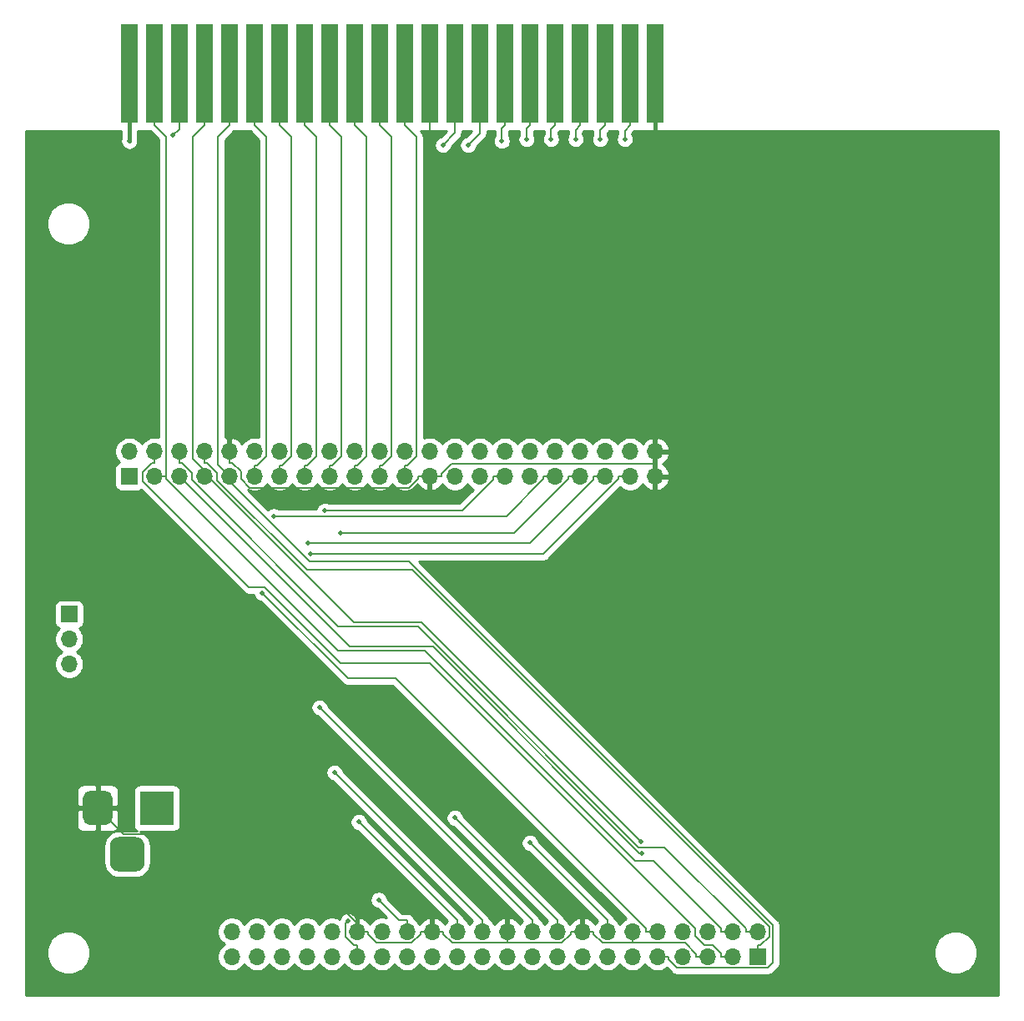
<source format=gbl>
G04 #@! TF.GenerationSoftware,KiCad,Pcbnew,(5.1.9)-1*
G04 #@! TF.CreationDate,2022-06-04T11:55:27+09:00*
G04 #@! TF.ProjectId,mz-2000,6d7a2d32-3030-4302-9e6b-696361645f70,rev?*
G04 #@! TF.SameCoordinates,PX2faf080PY93d1cc0*
G04 #@! TF.FileFunction,Copper,L2,Bot*
G04 #@! TF.FilePolarity,Positive*
%FSLAX46Y46*%
G04 Gerber Fmt 4.6, Leading zero omitted, Abs format (unit mm)*
G04 Created by KiCad (PCBNEW (5.1.9)-1) date 2022-06-04 11:55:27*
%MOMM*%
%LPD*%
G01*
G04 APERTURE LIST*
G04 #@! TA.AperFunction,ConnectorPad*
%ADD10R,1.780000X10.000000*%
G04 #@! TD*
G04 #@! TA.AperFunction,ComponentPad*
%ADD11O,1.700000X1.700000*%
G04 #@! TD*
G04 #@! TA.AperFunction,ComponentPad*
%ADD12R,1.700000X1.700000*%
G04 #@! TD*
G04 #@! TA.AperFunction,ComponentPad*
%ADD13R,3.500000X3.500000*%
G04 #@! TD*
G04 #@! TA.AperFunction,ViaPad*
%ADD14C,0.500000*%
G04 #@! TD*
G04 #@! TA.AperFunction,Conductor*
%ADD15C,0.400000*%
G04 #@! TD*
G04 #@! TA.AperFunction,Conductor*
%ADD16C,0.200000*%
G04 #@! TD*
G04 #@! TA.AperFunction,Conductor*
%ADD17C,0.254000*%
G04 #@! TD*
G04 #@! TA.AperFunction,Conductor*
%ADD18C,0.100000*%
G04 #@! TD*
G04 APERTURE END LIST*
D10*
X11176000Y94270000D03*
X13716000Y94270000D03*
X16256000Y94270000D03*
X18796000Y94270000D03*
X21336000Y94270000D03*
X23876000Y94270000D03*
X26416000Y94270000D03*
X28956000Y94270000D03*
X31496000Y94270000D03*
X34036000Y94270000D03*
X36576000Y94270000D03*
X39116000Y94270000D03*
X41656000Y94270000D03*
X44196000Y94270000D03*
X46736000Y94270000D03*
X49276000Y94270000D03*
X51816000Y94270000D03*
X54356000Y94270000D03*
X56896000Y94270000D03*
X59436000Y94270000D03*
X61976000Y94270000D03*
X64516000Y94270000D03*
D11*
X64516000Y55880000D03*
X64516000Y53340000D03*
X61976000Y55880000D03*
X61976000Y53340000D03*
X59436000Y55880000D03*
X59436000Y53340000D03*
X56896000Y55880000D03*
X56896000Y53340000D03*
X54356000Y55880000D03*
X54356000Y53340000D03*
X51816000Y55880000D03*
X51816000Y53340000D03*
X49276000Y55880000D03*
X49276000Y53340000D03*
X46736000Y55880000D03*
X46736000Y53340000D03*
X44196000Y55880000D03*
X44196000Y53340000D03*
X41656000Y55880000D03*
X41656000Y53340000D03*
X39116000Y55880000D03*
X39116000Y53340000D03*
X36576000Y55880000D03*
X36576000Y53340000D03*
X34036000Y55880000D03*
X34036000Y53340000D03*
X31496000Y55880000D03*
X31496000Y53340000D03*
X28956000Y55880000D03*
X28956000Y53340000D03*
X26416000Y55880000D03*
X26416000Y53340000D03*
X23876000Y55880000D03*
X23876000Y53340000D03*
X21336000Y55880000D03*
X21336000Y53340000D03*
X18796000Y55880000D03*
X18796000Y53340000D03*
X16256000Y55880000D03*
X16256000Y53340000D03*
X13716000Y55880000D03*
X13716000Y53340000D03*
X11176000Y55880000D03*
D12*
X11176000Y53340000D03*
D13*
X13970000Y19685000D03*
G04 #@! TA.AperFunction,ComponentPad*
G36*
G01*
X6470000Y18685000D02*
X6470000Y20685000D01*
G75*
G02*
X7220000Y21435000I750000J0D01*
G01*
X8720000Y21435000D01*
G75*
G02*
X9470000Y20685000I0J-750000D01*
G01*
X9470000Y18685000D01*
G75*
G02*
X8720000Y17935000I-750000J0D01*
G01*
X7220000Y17935000D01*
G75*
G02*
X6470000Y18685000I0J750000D01*
G01*
G37*
G04 #@! TD.AperFunction*
G04 #@! TA.AperFunction,ComponentPad*
G36*
G01*
X9220000Y14110000D02*
X9220000Y15860000D01*
G75*
G02*
X10095000Y16735000I875000J0D01*
G01*
X11845000Y16735000D01*
G75*
G02*
X12720000Y15860000I0J-875000D01*
G01*
X12720000Y14110000D01*
G75*
G02*
X11845000Y13235000I-875000J0D01*
G01*
X10095000Y13235000D01*
G75*
G02*
X9220000Y14110000I0J875000D01*
G01*
G37*
G04 #@! TD.AperFunction*
D12*
X74910000Y4596000D03*
D11*
X74910000Y7136000D03*
X72370000Y4596000D03*
X72370000Y7136000D03*
X69830000Y4596000D03*
X69830000Y7136000D03*
X67290000Y4596000D03*
X67290000Y7136000D03*
X64750000Y4596000D03*
X64750000Y7136000D03*
X62210000Y4596000D03*
X62210000Y7136000D03*
X59670000Y4596000D03*
X59670000Y7136000D03*
X57130000Y4596000D03*
X57130000Y7136000D03*
X54590000Y4596000D03*
X54590000Y7136000D03*
X52050000Y4596000D03*
X52050000Y7136000D03*
X49510000Y4596000D03*
X49510000Y7136000D03*
X46970000Y4596000D03*
X46970000Y7136000D03*
X44430000Y4596000D03*
X44430000Y7136000D03*
X41890000Y4596000D03*
X41890000Y7136000D03*
X39350000Y4596000D03*
X39350000Y7136000D03*
X36810000Y4596000D03*
X36810000Y7136000D03*
X34270000Y4596000D03*
X34270000Y7136000D03*
X31730000Y4596000D03*
X31730000Y7136000D03*
X29190000Y4596000D03*
X29190000Y7136000D03*
X26650000Y4596000D03*
X26650000Y7136000D03*
X24110000Y4596000D03*
X24110000Y7136000D03*
X21570000Y4596000D03*
X21570000Y7136000D03*
D12*
X5080000Y39370000D03*
D11*
X5080000Y36830000D03*
X5080000Y34290000D03*
D14*
X11176000Y87376000D03*
X64516000Y87376000D03*
X33347400Y8217100D03*
X63179000Y15055100D03*
X15621000Y87947500D03*
X63082100Y16261000D03*
X24653000Y41515500D03*
X30468300Y29868000D03*
X34455400Y18260900D03*
X36472500Y10372900D03*
X44196000Y18680300D03*
X42988300Y86995000D03*
X45545700Y86995000D03*
X31034200Y49872600D03*
X48977500Y87400100D03*
X51470100Y87567400D03*
X51816000Y16140300D03*
X25849800Y49316100D03*
X53962700Y87579500D03*
X32625200Y47554900D03*
X56455300Y87579500D03*
X29278000Y46574800D03*
X58947900Y87579500D03*
X29517500Y45451400D03*
X61440500Y87579500D03*
X31988100Y23268200D03*
D15*
X11176000Y94270000D02*
X11176000Y87376000D01*
D16*
X41656000Y53340000D02*
X40505700Y53340000D01*
X21336000Y55880000D02*
X21336000Y54729700D01*
X21336000Y54729700D02*
X21623700Y54729700D01*
X21623700Y54729700D02*
X22486300Y53867100D01*
X22486300Y53867100D02*
X22486300Y53087000D01*
X22486300Y53087000D02*
X23405700Y52167600D01*
X23405700Y52167600D02*
X39571600Y52167600D01*
X39571600Y52167600D02*
X40505700Y53101700D01*
X40505700Y53101700D02*
X40505700Y53340000D01*
X41656000Y53340000D02*
X42806300Y53340000D01*
X64516000Y54610000D02*
X43837900Y54610000D01*
X43837900Y54610000D02*
X42806300Y53578400D01*
X42806300Y53578400D02*
X42806300Y53340000D01*
D15*
X64516000Y54610000D02*
X64516000Y53340000D01*
X64516000Y55880000D02*
X64516000Y54610000D01*
D16*
X34845200Y7136000D02*
X34845200Y7497600D01*
X34845200Y7497600D02*
X25304100Y17038700D01*
X25304100Y17038700D02*
X10616300Y17038700D01*
X10616300Y17038700D02*
X7970000Y19685000D01*
X62210000Y5985700D02*
X67528300Y5985700D01*
X67528300Y5985700D02*
X68679700Y4834300D01*
X68679700Y4834300D02*
X68679700Y4596000D01*
X62210000Y5985700D02*
X59192200Y5985700D01*
X59192200Y5985700D02*
X58280300Y6897600D01*
X58280300Y6897600D02*
X58280300Y7136000D01*
X62210000Y7136000D02*
X62210000Y5985700D01*
X57130000Y7136000D02*
X58280300Y7136000D01*
X34845200Y7136000D02*
X35420300Y7136000D01*
X34270000Y7136000D02*
X34845200Y7136000D01*
X41890000Y7136000D02*
X40739700Y7136000D01*
X35420300Y7136000D02*
X35420300Y6848400D01*
X35420300Y6848400D02*
X36283100Y5985600D01*
X36283100Y5985600D02*
X39827600Y5985600D01*
X39827600Y5985600D02*
X40739700Y6897700D01*
X40739700Y6897700D02*
X40739700Y7136000D01*
X49510000Y5985700D02*
X55067700Y5985700D01*
X55067700Y5985700D02*
X55979700Y6897700D01*
X55979700Y6897700D02*
X55979700Y7136000D01*
X49510000Y5985700D02*
X43952200Y5985700D01*
X43952200Y5985700D02*
X43040300Y6897600D01*
X43040300Y6897600D02*
X43040300Y7136000D01*
X49510000Y7136000D02*
X49510000Y5985700D01*
X41890000Y7136000D02*
X43040300Y7136000D01*
X57130000Y7136000D02*
X55979700Y7136000D01*
X69830000Y4596000D02*
X68679700Y4596000D01*
D15*
X64516000Y94270000D02*
X64516000Y87376000D01*
X64516000Y87376000D02*
X64516000Y55880000D01*
D16*
X41656000Y85344000D02*
X41656000Y88969700D01*
X42545000Y84455000D02*
X41656000Y85344000D01*
X61595000Y84455000D02*
X42545000Y84455000D01*
X41656000Y88969700D02*
X41656000Y94270000D01*
X64516000Y87376000D02*
X61595000Y84455000D01*
X13716000Y54729700D02*
X13477600Y54729700D01*
X13477600Y54729700D02*
X12561200Y53813300D01*
X12561200Y53813300D02*
X12561200Y52832200D01*
X12561200Y52832200D02*
X23327600Y42065800D01*
X23327600Y42065800D02*
X24881000Y42065800D01*
X24881000Y42065800D02*
X32578100Y34368700D01*
X32578100Y34368700D02*
X41686600Y34368700D01*
X41686600Y34368700D02*
X68560000Y7495300D01*
X68560000Y7495300D02*
X68560000Y6717500D01*
X68560000Y6717500D02*
X69531200Y5746300D01*
X69531200Y5746300D02*
X70357100Y5746300D01*
X70357100Y5746300D02*
X71219700Y4883700D01*
X71219700Y4883700D02*
X71219700Y4596000D01*
X13716000Y55880000D02*
X13716000Y54729700D01*
X72370000Y4596000D02*
X71219700Y4596000D01*
X73759700Y7136000D02*
X73759700Y7423600D01*
X73759700Y7423600D02*
X65472600Y15710700D01*
X65472600Y15710700D02*
X62854200Y15710700D01*
X62854200Y15710700D02*
X40452800Y38112100D01*
X40452800Y38112100D02*
X32384400Y38112100D01*
X32384400Y38112100D02*
X17526000Y52970500D01*
X17526000Y52970500D02*
X17526000Y53698000D01*
X17526000Y53698000D02*
X16494300Y54729700D01*
X16494300Y54729700D02*
X16256000Y54729700D01*
X16256000Y55880000D02*
X16256000Y54729700D01*
X74910000Y7136000D02*
X73759700Y7136000D01*
X74910000Y5746300D02*
X75197600Y5746300D01*
X75197600Y5746300D02*
X76084000Y6632700D01*
X76084000Y6632700D02*
X76084000Y7607000D01*
X76084000Y7607000D02*
X39854400Y43836600D01*
X39854400Y43836600D02*
X29194000Y43836600D01*
X29194000Y43836600D02*
X20066000Y52964600D01*
X20066000Y52964600D02*
X20066000Y53698000D01*
X20066000Y53698000D02*
X19034300Y54729700D01*
X19034300Y54729700D02*
X18796000Y54729700D01*
X18796000Y55880000D02*
X18796000Y54729700D01*
X74910000Y4596000D02*
X74910000Y5746300D01*
X34270000Y4596000D02*
X34270000Y5746300D01*
X34270000Y5746300D02*
X33982400Y5746300D01*
X33982400Y5746300D02*
X33119600Y6609100D01*
X33119600Y6609100D02*
X33119600Y7989300D01*
X33119600Y7989300D02*
X33347400Y8217100D01*
X14866300Y53340000D02*
X14866300Y53101600D01*
X14866300Y53101600D02*
X32329800Y35638100D01*
X32329800Y35638100D02*
X41162900Y35638100D01*
X41162900Y35638100D02*
X62496600Y14304400D01*
X62496600Y14304400D02*
X64338900Y14304400D01*
X64338900Y14304400D02*
X71219700Y7423600D01*
X71219700Y7423600D02*
X71219700Y7136000D01*
X13716000Y94270000D02*
X13716000Y88969700D01*
X14866300Y53340000D02*
X14866300Y87819400D01*
X14866300Y87819400D02*
X13716000Y88969700D01*
X13716000Y53340000D02*
X14866300Y53340000D01*
X72370000Y7136000D02*
X71219700Y7136000D01*
X63179000Y15055100D02*
X62943600Y15055100D01*
X62943600Y15055100D02*
X41960200Y36038500D01*
X41960200Y36038500D02*
X33557500Y36038500D01*
X33557500Y36038500D02*
X16256000Y53340000D01*
X16256000Y88582500D02*
X15621000Y87947500D01*
X16256000Y94270000D02*
X16256000Y88582500D01*
X63082100Y16261000D02*
X40830600Y38512500D01*
X40830600Y38512500D02*
X33939700Y38512500D01*
X33939700Y38512500D02*
X19371200Y53081000D01*
X19371200Y53081000D02*
X19371200Y53340000D01*
X18796000Y94270000D02*
X18796000Y88969700D01*
X19371200Y53340000D02*
X17605700Y55105500D01*
X17605700Y55105500D02*
X17605700Y87779400D01*
X17605700Y87779400D02*
X18796000Y88969700D01*
X18796000Y53340000D02*
X19371200Y53340000D01*
X21336000Y53340000D02*
X21336000Y52854700D01*
X21336000Y52854700D02*
X29486300Y44704400D01*
X29486300Y44704400D02*
X39552900Y44704400D01*
X39552900Y44704400D02*
X76484400Y7772900D01*
X76484400Y7772900D02*
X76484400Y3982900D01*
X76484400Y3982900D02*
X75947100Y3445600D01*
X75947100Y3445600D02*
X66763100Y3445600D01*
X66763100Y3445600D02*
X65900300Y4308400D01*
X65900300Y4308400D02*
X65900300Y4596000D01*
X21336000Y53340000D02*
X20145700Y54530300D01*
X20145700Y54530300D02*
X20145700Y87779400D01*
X20145700Y87779400D02*
X21336000Y88969700D01*
X21336000Y94270000D02*
X21336000Y88969700D01*
X64750000Y4596000D02*
X65900300Y4596000D01*
X64750000Y7136000D02*
X63599700Y7136000D01*
X63599700Y7136000D02*
X63599700Y7423600D01*
X63599700Y7423600D02*
X38182700Y32840600D01*
X38182700Y32840600D02*
X33327900Y32840600D01*
X33327900Y32840600D02*
X24653000Y41515500D01*
X23876000Y94270000D02*
X23876000Y88969700D01*
X23876000Y53340000D02*
X23876000Y54490300D01*
X23876000Y54490300D02*
X24163600Y54490300D01*
X24163600Y54490300D02*
X25056900Y55383600D01*
X25056900Y55383600D02*
X25056900Y87788800D01*
X25056900Y87788800D02*
X23876000Y88969700D01*
X26416000Y94270000D02*
X26416000Y88969700D01*
X26416000Y53340000D02*
X26416000Y54490300D01*
X26416000Y54490300D02*
X26703600Y54490300D01*
X26703600Y54490300D02*
X27596900Y55383600D01*
X27596900Y55383600D02*
X27596900Y87788800D01*
X27596900Y87788800D02*
X26416000Y88969700D01*
X52050000Y8286300D02*
X30468300Y29868000D01*
X52050000Y7136000D02*
X52050000Y8286300D01*
X28956000Y94270000D02*
X28956000Y88969700D01*
X28956000Y53340000D02*
X28956000Y54490300D01*
X28956000Y54490300D02*
X29243600Y54490300D01*
X29243600Y54490300D02*
X30124200Y55370900D01*
X30124200Y55370900D02*
X30124200Y87801500D01*
X30124200Y87801500D02*
X28956000Y88969700D01*
X34036000Y94270000D02*
X34036000Y88969700D01*
X34036000Y53340000D02*
X34036000Y54490300D01*
X34036000Y54490300D02*
X34323600Y54490300D01*
X34323600Y54490300D02*
X35216900Y55383600D01*
X35216900Y55383600D02*
X35216900Y87788800D01*
X35216900Y87788800D02*
X34036000Y88969700D01*
X44430000Y8286300D02*
X34455400Y18260900D01*
X44430000Y7136000D02*
X44430000Y8286300D01*
X39350000Y7136000D02*
X39350000Y8286300D01*
X39350000Y8286300D02*
X38559100Y8286300D01*
X38559100Y8286300D02*
X36472500Y10372900D01*
X36576000Y94270000D02*
X36576000Y88969700D01*
X36576000Y53340000D02*
X36576000Y54490300D01*
X36576000Y54490300D02*
X36863600Y54490300D01*
X36863600Y54490300D02*
X37750300Y55377000D01*
X37750300Y55377000D02*
X37750300Y87795400D01*
X37750300Y87795400D02*
X36576000Y88969700D01*
X39116000Y94270000D02*
X39116000Y88969700D01*
X39116000Y53340000D02*
X39116000Y54490300D01*
X39116000Y54490300D02*
X39403600Y54490300D01*
X39403600Y54490300D02*
X40296900Y55383600D01*
X40296900Y55383600D02*
X40296900Y87788800D01*
X40296900Y87788800D02*
X39116000Y88969700D01*
X54590000Y8286300D02*
X44196000Y18680300D01*
X54590000Y7136000D02*
X54590000Y8286300D01*
X44196000Y88202700D02*
X42988300Y86995000D01*
X44196000Y94270000D02*
X44196000Y88202700D01*
X46736000Y88185300D02*
X45545700Y86995000D01*
X46736000Y94270000D02*
X46736000Y88185300D01*
X48125700Y53340000D02*
X48125700Y53052400D01*
X48125700Y53052400D02*
X44945900Y49872600D01*
X44945900Y49872600D02*
X31034200Y49872600D01*
X49276000Y53340000D02*
X48125700Y53340000D01*
X49276000Y94270000D02*
X49276000Y88969700D01*
X48977500Y87400100D02*
X48977500Y88671200D01*
X48977500Y88671200D02*
X49276000Y88969700D01*
X51816000Y94270000D02*
X51816000Y88969700D01*
X51470100Y87567400D02*
X51470100Y88623800D01*
X51470100Y88623800D02*
X51816000Y88969700D01*
X59670000Y8286300D02*
X51816000Y16140300D01*
X59670000Y7136000D02*
X59670000Y8286300D01*
X53205700Y53340000D02*
X53205700Y53102100D01*
X53205700Y53102100D02*
X49419700Y49316100D01*
X49419700Y49316100D02*
X25849800Y49316100D01*
X54356000Y53340000D02*
X53205700Y53340000D01*
X54356000Y94270000D02*
X54356000Y88969700D01*
X53962700Y87579500D02*
X53962700Y88576400D01*
X53962700Y88576400D02*
X54356000Y88969700D01*
X56896000Y53340000D02*
X55745700Y53340000D01*
X32625200Y47554900D02*
X50198900Y47554900D01*
X50198900Y47554900D02*
X55745700Y53101700D01*
X55745700Y53101700D02*
X55745700Y53340000D01*
X56896000Y94270000D02*
X56896000Y88969700D01*
X56455300Y87579500D02*
X56455300Y88529000D01*
X56455300Y88529000D02*
X56896000Y88969700D01*
X58285700Y53340000D02*
X58285700Y53052500D01*
X58285700Y53052500D02*
X51808000Y46574800D01*
X51808000Y46574800D02*
X29278000Y46574800D01*
X59436000Y53340000D02*
X58285700Y53340000D01*
X59436000Y94270000D02*
X59436000Y88969700D01*
X58947900Y87579500D02*
X58947900Y88481600D01*
X58947900Y88481600D02*
X59436000Y88969700D01*
X60825700Y53340000D02*
X60825700Y53101700D01*
X60825700Y53101700D02*
X53175400Y45451400D01*
X53175400Y45451400D02*
X29517500Y45451400D01*
X61976000Y53340000D02*
X60825700Y53340000D01*
X61976000Y94270000D02*
X61976000Y88969700D01*
X61440500Y87579500D02*
X61440500Y88434200D01*
X61440500Y88434200D02*
X61976000Y88969700D01*
X46970000Y8286300D02*
X31988100Y23268200D01*
X31496000Y94270000D02*
X31496000Y88969700D01*
X31496000Y53340000D02*
X31496000Y54490300D01*
X31496000Y54490300D02*
X31783600Y54490300D01*
X31783600Y54490300D02*
X32646800Y55353500D01*
X32646800Y55353500D02*
X32646800Y87818900D01*
X32646800Y87818900D02*
X31496000Y88969700D01*
X46970000Y7136000D02*
X46970000Y8286300D01*
D17*
X10341001Y87672751D02*
X10325010Y87634145D01*
X10291000Y87463165D01*
X10291000Y87288835D01*
X10325010Y87117855D01*
X10391723Y86956795D01*
X10488576Y86811845D01*
X10611845Y86688576D01*
X10756795Y86591723D01*
X10917855Y86525010D01*
X11088835Y86491000D01*
X11263165Y86491000D01*
X11434145Y86525010D01*
X11595205Y86591723D01*
X11740155Y86688576D01*
X11863424Y86811845D01*
X11960277Y86956795D01*
X12026990Y87117855D01*
X12061000Y87288835D01*
X12061000Y87463165D01*
X12026990Y87634145D01*
X12011000Y87672748D01*
X12011000Y88373000D01*
X13273254Y88373000D01*
X14131301Y87514952D01*
X14131300Y57311484D01*
X13862260Y57365000D01*
X13569740Y57365000D01*
X13282842Y57307932D01*
X13012589Y57195990D01*
X12769368Y57033475D01*
X12562525Y56826632D01*
X12446000Y56652240D01*
X12329475Y56826632D01*
X12122632Y57033475D01*
X11879411Y57195990D01*
X11609158Y57307932D01*
X11322260Y57365000D01*
X11029740Y57365000D01*
X10742842Y57307932D01*
X10472589Y57195990D01*
X10229368Y57033475D01*
X10022525Y56826632D01*
X9860010Y56583411D01*
X9748068Y56313158D01*
X9691000Y56026260D01*
X9691000Y55733740D01*
X9748068Y55446842D01*
X9860010Y55176589D01*
X10022525Y54933368D01*
X10154380Y54801513D01*
X10081820Y54779502D01*
X9971506Y54720537D01*
X9874815Y54641185D01*
X9795463Y54544494D01*
X9736498Y54434180D01*
X9700188Y54314482D01*
X9687928Y54190000D01*
X9687928Y52490000D01*
X9700188Y52365518D01*
X9736498Y52245820D01*
X9795463Y52135506D01*
X9874815Y52038815D01*
X9971506Y51959463D01*
X10081820Y51900498D01*
X10201518Y51864188D01*
X10326000Y51851928D01*
X12026000Y51851928D01*
X12150482Y51864188D01*
X12270180Y51900498D01*
X12380494Y51959463D01*
X12388182Y51965772D01*
X22782346Y41571607D01*
X22805362Y41543562D01*
X22917280Y41451713D01*
X23044967Y41383463D01*
X23183515Y41341435D01*
X23327600Y41327244D01*
X23363705Y41330800D01*
X23787401Y41330800D01*
X23802010Y41257355D01*
X23868723Y41096295D01*
X23965576Y40951345D01*
X24088845Y40828076D01*
X24233795Y40731223D01*
X24394855Y40664510D01*
X24481848Y40647206D01*
X32782646Y32346407D01*
X32805662Y32318362D01*
X32917580Y32226513D01*
X33045267Y32158263D01*
X33183815Y32116235D01*
X33291795Y32105600D01*
X33291804Y32105600D01*
X33327899Y32102045D01*
X33363994Y32105600D01*
X37878254Y32105600D01*
X61533259Y8450594D01*
X61443080Y8407641D01*
X61209731Y8233588D01*
X61014822Y8017355D01*
X60945195Y7900466D01*
X60823475Y8082632D01*
X60616632Y8289475D01*
X60391472Y8439922D01*
X60352337Y8568933D01*
X60284087Y8696620D01*
X60192238Y8808538D01*
X60164193Y8831554D01*
X52684294Y16311452D01*
X52666990Y16398445D01*
X52600277Y16559505D01*
X52503424Y16704455D01*
X52380155Y16827724D01*
X52235205Y16924577D01*
X52074145Y16991290D01*
X51903165Y17025300D01*
X51728835Y17025300D01*
X51557855Y16991290D01*
X51396795Y16924577D01*
X51251845Y16827724D01*
X51128576Y16704455D01*
X51031723Y16559505D01*
X50965010Y16398445D01*
X50931000Y16227465D01*
X50931000Y16053135D01*
X50965010Y15882155D01*
X51031723Y15721095D01*
X51128576Y15576145D01*
X51251845Y15452876D01*
X51396795Y15356023D01*
X51557855Y15289310D01*
X51644848Y15272006D01*
X58675373Y8241480D01*
X58516525Y8082632D01*
X58394805Y7900466D01*
X58325178Y8017355D01*
X58130269Y8233588D01*
X57896920Y8407641D01*
X57634099Y8532825D01*
X57486890Y8577476D01*
X57257000Y8456155D01*
X57257000Y7263000D01*
X57277000Y7263000D01*
X57277000Y7009000D01*
X57257000Y7009000D01*
X57257000Y6989000D01*
X57003000Y6989000D01*
X57003000Y7009000D01*
X56983000Y7009000D01*
X56983000Y7263000D01*
X57003000Y7263000D01*
X57003000Y8456155D01*
X56773110Y8577476D01*
X56625901Y8532825D01*
X56363080Y8407641D01*
X56129731Y8233588D01*
X55934822Y8017355D01*
X55865195Y7900466D01*
X55743475Y8082632D01*
X55536632Y8289475D01*
X55311472Y8439922D01*
X55294077Y8497265D01*
X55272337Y8568933D01*
X55204087Y8696620D01*
X55112238Y8808538D01*
X55084193Y8831554D01*
X45064294Y18851452D01*
X45046990Y18938445D01*
X44980277Y19099505D01*
X44883424Y19244455D01*
X44760155Y19367724D01*
X44615205Y19464577D01*
X44454145Y19531290D01*
X44283165Y19565300D01*
X44108835Y19565300D01*
X43937855Y19531290D01*
X43776795Y19464577D01*
X43631845Y19367724D01*
X43508576Y19244455D01*
X43411723Y19099505D01*
X43345010Y18938445D01*
X43311000Y18767465D01*
X43311000Y18593135D01*
X43345010Y18422155D01*
X43411723Y18261095D01*
X43508576Y18116145D01*
X43631845Y17992876D01*
X43776795Y17896023D01*
X43937855Y17829310D01*
X44024848Y17812006D01*
X53595373Y8241480D01*
X53436525Y8082632D01*
X53320000Y7908240D01*
X53203475Y8082632D01*
X52996632Y8289475D01*
X52771472Y8439922D01*
X52754077Y8497265D01*
X52732337Y8568933D01*
X52664087Y8696620D01*
X52572238Y8808538D01*
X52544193Y8831554D01*
X31336594Y30039152D01*
X31319290Y30126145D01*
X31252577Y30287205D01*
X31155724Y30432155D01*
X31032455Y30555424D01*
X30887505Y30652277D01*
X30726445Y30718990D01*
X30555465Y30753000D01*
X30381135Y30753000D01*
X30210155Y30718990D01*
X30049095Y30652277D01*
X29904145Y30555424D01*
X29780876Y30432155D01*
X29684023Y30287205D01*
X29617310Y30126145D01*
X29583300Y29955165D01*
X29583300Y29780835D01*
X29617310Y29609855D01*
X29684023Y29448795D01*
X29780876Y29303845D01*
X29904145Y29180576D01*
X30049095Y29083723D01*
X30210155Y29017010D01*
X30297148Y28999706D01*
X51055373Y8241480D01*
X50896525Y8082632D01*
X50774805Y7900466D01*
X50705178Y8017355D01*
X50510269Y8233588D01*
X50276920Y8407641D01*
X50014099Y8532825D01*
X49866890Y8577476D01*
X49637000Y8456155D01*
X49637000Y7263000D01*
X49657000Y7263000D01*
X49657000Y7009000D01*
X49637000Y7009000D01*
X49637000Y6989000D01*
X49383000Y6989000D01*
X49383000Y7009000D01*
X49363000Y7009000D01*
X49363000Y7263000D01*
X49383000Y7263000D01*
X49383000Y8456155D01*
X49153110Y8577476D01*
X49005901Y8532825D01*
X48743080Y8407641D01*
X48509731Y8233588D01*
X48314822Y8017355D01*
X48245195Y7900466D01*
X48123475Y8082632D01*
X47916632Y8289475D01*
X47691472Y8439922D01*
X47652337Y8568933D01*
X47584087Y8696620D01*
X47492238Y8808538D01*
X47464193Y8831554D01*
X32856394Y23439352D01*
X32839090Y23526345D01*
X32772377Y23687405D01*
X32675524Y23832355D01*
X32552255Y23955624D01*
X32407305Y24052477D01*
X32246245Y24119190D01*
X32075265Y24153200D01*
X31900935Y24153200D01*
X31729955Y24119190D01*
X31568895Y24052477D01*
X31423945Y23955624D01*
X31300676Y23832355D01*
X31203823Y23687405D01*
X31137110Y23526345D01*
X31103100Y23355365D01*
X31103100Y23181035D01*
X31137110Y23010055D01*
X31203823Y22848995D01*
X31300676Y22704045D01*
X31423945Y22580776D01*
X31568895Y22483923D01*
X31729955Y22417210D01*
X31816948Y22399906D01*
X45975373Y8241480D01*
X45816525Y8082632D01*
X45700000Y7908240D01*
X45583475Y8082632D01*
X45376632Y8289475D01*
X45151472Y8439922D01*
X45112337Y8568934D01*
X45044087Y8696620D01*
X44975253Y8780494D01*
X44952238Y8808538D01*
X44924193Y8831554D01*
X35323694Y18432052D01*
X35306390Y18519045D01*
X35239677Y18680105D01*
X35142824Y18825055D01*
X35019555Y18948324D01*
X34874605Y19045177D01*
X34713545Y19111890D01*
X34542565Y19145900D01*
X34368235Y19145900D01*
X34197255Y19111890D01*
X34036195Y19045177D01*
X33891245Y18948324D01*
X33767976Y18825055D01*
X33671123Y18680105D01*
X33604410Y18519045D01*
X33570400Y18348065D01*
X33570400Y18173735D01*
X33604410Y18002755D01*
X33671123Y17841695D01*
X33767976Y17696745D01*
X33891245Y17573476D01*
X34036195Y17476623D01*
X34197255Y17409910D01*
X34284248Y17392606D01*
X43435373Y8241480D01*
X43276525Y8082632D01*
X43154805Y7900466D01*
X43085178Y8017355D01*
X42890269Y8233588D01*
X42656920Y8407641D01*
X42394099Y8532825D01*
X42246890Y8577476D01*
X42017000Y8456155D01*
X42017000Y7263000D01*
X42037000Y7263000D01*
X42037000Y7009000D01*
X42017000Y7009000D01*
X42017000Y6989000D01*
X41763000Y6989000D01*
X41763000Y7009000D01*
X41743000Y7009000D01*
X41743000Y7263000D01*
X41763000Y7263000D01*
X41763000Y8456155D01*
X41533110Y8577476D01*
X41385901Y8532825D01*
X41123080Y8407641D01*
X40889731Y8233588D01*
X40694822Y8017355D01*
X40625195Y7900466D01*
X40503475Y8082632D01*
X40296632Y8289475D01*
X40071472Y8439922D01*
X40032337Y8568933D01*
X39964087Y8696620D01*
X39872238Y8808538D01*
X39760320Y8900387D01*
X39632633Y8968637D01*
X39494085Y9010665D01*
X39386105Y9021300D01*
X39350000Y9024856D01*
X39313895Y9021300D01*
X38863547Y9021300D01*
X37340794Y10544052D01*
X37323490Y10631045D01*
X37256777Y10792105D01*
X37159924Y10937055D01*
X37036655Y11060324D01*
X36891705Y11157177D01*
X36730645Y11223890D01*
X36559665Y11257900D01*
X36385335Y11257900D01*
X36214355Y11223890D01*
X36053295Y11157177D01*
X35908345Y11060324D01*
X35785076Y10937055D01*
X35688223Y10792105D01*
X35621510Y10631045D01*
X35587500Y10460065D01*
X35587500Y10285735D01*
X35621510Y10114755D01*
X35688223Y9953695D01*
X35785076Y9808745D01*
X35908345Y9685476D01*
X36053295Y9588623D01*
X36214355Y9521910D01*
X36301348Y9504606D01*
X37241739Y8564214D01*
X36956260Y8621000D01*
X36663740Y8621000D01*
X36376842Y8563932D01*
X36106589Y8451990D01*
X35863368Y8289475D01*
X35656525Y8082632D01*
X35534805Y7900466D01*
X35465178Y8017355D01*
X35270269Y8233588D01*
X35036920Y8407641D01*
X34774099Y8532825D01*
X34626890Y8577476D01*
X34397000Y8456155D01*
X34397000Y7263000D01*
X34417000Y7263000D01*
X34417000Y7009000D01*
X34397000Y7009000D01*
X34397000Y6989000D01*
X34143000Y6989000D01*
X34143000Y7009000D01*
X34123000Y7009000D01*
X34123000Y7263000D01*
X34143000Y7263000D01*
X34143000Y7825231D01*
X34198390Y7958955D01*
X34232400Y8129935D01*
X34232400Y8304265D01*
X34198390Y8475245D01*
X34131677Y8636305D01*
X34034824Y8781255D01*
X33911555Y8904524D01*
X33766605Y9001377D01*
X33605545Y9068090D01*
X33434565Y9102100D01*
X33260235Y9102100D01*
X33089255Y9068090D01*
X32928195Y9001377D01*
X32783245Y8904524D01*
X32659976Y8781255D01*
X32563123Y8636305D01*
X32496410Y8475245D01*
X32484936Y8417562D01*
X32433411Y8451990D01*
X32163158Y8563932D01*
X31876260Y8621000D01*
X31583740Y8621000D01*
X31296842Y8563932D01*
X31026589Y8451990D01*
X30783368Y8289475D01*
X30576525Y8082632D01*
X30460000Y7908240D01*
X30343475Y8082632D01*
X30136632Y8289475D01*
X29893411Y8451990D01*
X29623158Y8563932D01*
X29336260Y8621000D01*
X29043740Y8621000D01*
X28756842Y8563932D01*
X28486589Y8451990D01*
X28243368Y8289475D01*
X28036525Y8082632D01*
X27920000Y7908240D01*
X27803475Y8082632D01*
X27596632Y8289475D01*
X27353411Y8451990D01*
X27083158Y8563932D01*
X26796260Y8621000D01*
X26503740Y8621000D01*
X26216842Y8563932D01*
X25946589Y8451990D01*
X25703368Y8289475D01*
X25496525Y8082632D01*
X25380000Y7908240D01*
X25263475Y8082632D01*
X25056632Y8289475D01*
X24813411Y8451990D01*
X24543158Y8563932D01*
X24256260Y8621000D01*
X23963740Y8621000D01*
X23676842Y8563932D01*
X23406589Y8451990D01*
X23163368Y8289475D01*
X22956525Y8082632D01*
X22840000Y7908240D01*
X22723475Y8082632D01*
X22516632Y8289475D01*
X22273411Y8451990D01*
X22003158Y8563932D01*
X21716260Y8621000D01*
X21423740Y8621000D01*
X21136842Y8563932D01*
X20866589Y8451990D01*
X20623368Y8289475D01*
X20416525Y8082632D01*
X20254010Y7839411D01*
X20142068Y7569158D01*
X20085000Y7282260D01*
X20085000Y6989740D01*
X20142068Y6702842D01*
X20254010Y6432589D01*
X20416525Y6189368D01*
X20623368Y5982525D01*
X20797760Y5866000D01*
X20623368Y5749475D01*
X20416525Y5542632D01*
X20254010Y5299411D01*
X20142068Y5029158D01*
X20085000Y4742260D01*
X20085000Y4449740D01*
X20142068Y4162842D01*
X20254010Y3892589D01*
X20416525Y3649368D01*
X20623368Y3442525D01*
X20866589Y3280010D01*
X21136842Y3168068D01*
X21423740Y3111000D01*
X21716260Y3111000D01*
X22003158Y3168068D01*
X22273411Y3280010D01*
X22516632Y3442525D01*
X22723475Y3649368D01*
X22840000Y3823760D01*
X22956525Y3649368D01*
X23163368Y3442525D01*
X23406589Y3280010D01*
X23676842Y3168068D01*
X23963740Y3111000D01*
X24256260Y3111000D01*
X24543158Y3168068D01*
X24813411Y3280010D01*
X25056632Y3442525D01*
X25263475Y3649368D01*
X25380000Y3823760D01*
X25496525Y3649368D01*
X25703368Y3442525D01*
X25946589Y3280010D01*
X26216842Y3168068D01*
X26503740Y3111000D01*
X26796260Y3111000D01*
X27083158Y3168068D01*
X27353411Y3280010D01*
X27596632Y3442525D01*
X27803475Y3649368D01*
X27920000Y3823760D01*
X28036525Y3649368D01*
X28243368Y3442525D01*
X28486589Y3280010D01*
X28756842Y3168068D01*
X29043740Y3111000D01*
X29336260Y3111000D01*
X29623158Y3168068D01*
X29893411Y3280010D01*
X30136632Y3442525D01*
X30343475Y3649368D01*
X30460000Y3823760D01*
X30576525Y3649368D01*
X30783368Y3442525D01*
X31026589Y3280010D01*
X31296842Y3168068D01*
X31583740Y3111000D01*
X31876260Y3111000D01*
X32163158Y3168068D01*
X32433411Y3280010D01*
X32676632Y3442525D01*
X32883475Y3649368D01*
X33000000Y3823760D01*
X33116525Y3649368D01*
X33323368Y3442525D01*
X33566589Y3280010D01*
X33836842Y3168068D01*
X34123740Y3111000D01*
X34416260Y3111000D01*
X34703158Y3168068D01*
X34973411Y3280010D01*
X35216632Y3442525D01*
X35423475Y3649368D01*
X35540000Y3823760D01*
X35656525Y3649368D01*
X35863368Y3442525D01*
X36106589Y3280010D01*
X36376842Y3168068D01*
X36663740Y3111000D01*
X36956260Y3111000D01*
X37243158Y3168068D01*
X37513411Y3280010D01*
X37756632Y3442525D01*
X37963475Y3649368D01*
X38080000Y3823760D01*
X38196525Y3649368D01*
X38403368Y3442525D01*
X38646589Y3280010D01*
X38916842Y3168068D01*
X39203740Y3111000D01*
X39496260Y3111000D01*
X39783158Y3168068D01*
X40053411Y3280010D01*
X40296632Y3442525D01*
X40503475Y3649368D01*
X40620000Y3823760D01*
X40736525Y3649368D01*
X40943368Y3442525D01*
X41186589Y3280010D01*
X41456842Y3168068D01*
X41743740Y3111000D01*
X42036260Y3111000D01*
X42323158Y3168068D01*
X42593411Y3280010D01*
X42836632Y3442525D01*
X43043475Y3649368D01*
X43160000Y3823760D01*
X43276525Y3649368D01*
X43483368Y3442525D01*
X43726589Y3280010D01*
X43996842Y3168068D01*
X44283740Y3111000D01*
X44576260Y3111000D01*
X44863158Y3168068D01*
X45133411Y3280010D01*
X45376632Y3442525D01*
X45583475Y3649368D01*
X45700000Y3823760D01*
X45816525Y3649368D01*
X46023368Y3442525D01*
X46266589Y3280010D01*
X46536842Y3168068D01*
X46823740Y3111000D01*
X47116260Y3111000D01*
X47403158Y3168068D01*
X47673411Y3280010D01*
X47916632Y3442525D01*
X48123475Y3649368D01*
X48240000Y3823760D01*
X48356525Y3649368D01*
X48563368Y3442525D01*
X48806589Y3280010D01*
X49076842Y3168068D01*
X49363740Y3111000D01*
X49656260Y3111000D01*
X49943158Y3168068D01*
X50213411Y3280010D01*
X50456632Y3442525D01*
X50663475Y3649368D01*
X50780000Y3823760D01*
X50896525Y3649368D01*
X51103368Y3442525D01*
X51346589Y3280010D01*
X51616842Y3168068D01*
X51903740Y3111000D01*
X52196260Y3111000D01*
X52483158Y3168068D01*
X52753411Y3280010D01*
X52996632Y3442525D01*
X53203475Y3649368D01*
X53320000Y3823760D01*
X53436525Y3649368D01*
X53643368Y3442525D01*
X53886589Y3280010D01*
X54156842Y3168068D01*
X54443740Y3111000D01*
X54736260Y3111000D01*
X55023158Y3168068D01*
X55293411Y3280010D01*
X55536632Y3442525D01*
X55743475Y3649368D01*
X55860000Y3823760D01*
X55976525Y3649368D01*
X56183368Y3442525D01*
X56426589Y3280010D01*
X56696842Y3168068D01*
X56983740Y3111000D01*
X57276260Y3111000D01*
X57563158Y3168068D01*
X57833411Y3280010D01*
X58076632Y3442525D01*
X58283475Y3649368D01*
X58400000Y3823760D01*
X58516525Y3649368D01*
X58723368Y3442525D01*
X58966589Y3280010D01*
X59236842Y3168068D01*
X59523740Y3111000D01*
X59816260Y3111000D01*
X60103158Y3168068D01*
X60373411Y3280010D01*
X60616632Y3442525D01*
X60823475Y3649368D01*
X60940000Y3823760D01*
X61056525Y3649368D01*
X61263368Y3442525D01*
X61506589Y3280010D01*
X61776842Y3168068D01*
X62063740Y3111000D01*
X62356260Y3111000D01*
X62643158Y3168068D01*
X62913411Y3280010D01*
X63156632Y3442525D01*
X63363475Y3649368D01*
X63480000Y3823760D01*
X63596525Y3649368D01*
X63803368Y3442525D01*
X64046589Y3280010D01*
X64316842Y3168068D01*
X64603740Y3111000D01*
X64896260Y3111000D01*
X65183158Y3168068D01*
X65453411Y3280010D01*
X65696632Y3442525D01*
X65711680Y3457573D01*
X66217846Y2951407D01*
X66240862Y2923362D01*
X66352780Y2831513D01*
X66480467Y2763263D01*
X66619015Y2721235D01*
X66726995Y2710600D01*
X66727004Y2710600D01*
X66763099Y2707045D01*
X66799194Y2710600D01*
X75910995Y2710600D01*
X75947100Y2707044D01*
X75983205Y2710600D01*
X76091185Y2721235D01*
X76229733Y2763263D01*
X76357420Y2831513D01*
X76469338Y2923362D01*
X76492358Y2951412D01*
X76978592Y3437646D01*
X77006638Y3460662D01*
X77098487Y3572580D01*
X77166737Y3700267D01*
X77208765Y3838815D01*
X77219400Y3946795D01*
X77222956Y3982900D01*
X77219400Y4019005D01*
X77219400Y5220128D01*
X92765000Y5220128D01*
X92765000Y4779872D01*
X92850890Y4348075D01*
X93019369Y3941331D01*
X93263962Y3575271D01*
X93575271Y3263962D01*
X93941331Y3019369D01*
X94348075Y2850890D01*
X94779872Y2765000D01*
X95220128Y2765000D01*
X95651925Y2850890D01*
X96058669Y3019369D01*
X96424729Y3263962D01*
X96736038Y3575271D01*
X96980631Y3941331D01*
X97149110Y4348075D01*
X97235000Y4779872D01*
X97235000Y5220128D01*
X97149110Y5651925D01*
X96980631Y6058669D01*
X96736038Y6424729D01*
X96424729Y6736038D01*
X96058669Y6980631D01*
X95651925Y7149110D01*
X95220128Y7235000D01*
X94779872Y7235000D01*
X94348075Y7149110D01*
X93941331Y6980631D01*
X93575271Y6736038D01*
X93263962Y6424729D01*
X93019369Y6058669D01*
X92850890Y5651925D01*
X92765000Y5220128D01*
X77219400Y5220128D01*
X77219400Y7736804D01*
X77222955Y7772901D01*
X77219400Y7808998D01*
X77219400Y7809005D01*
X77208765Y7916985D01*
X77166737Y8055533D01*
X77098487Y8183220D01*
X77067410Y8221087D01*
X77029653Y8267094D01*
X77029650Y8267097D01*
X77006637Y8295138D01*
X76978598Y8318149D01*
X40580346Y44716400D01*
X53139295Y44716400D01*
X53175400Y44712844D01*
X53211505Y44716400D01*
X53319485Y44727035D01*
X53458033Y44769063D01*
X53585720Y44837313D01*
X53697638Y44929162D01*
X53720659Y44957213D01*
X60989670Y52226223D01*
X61029368Y52186525D01*
X61272589Y52024010D01*
X61542842Y51912068D01*
X61829740Y51855000D01*
X62122260Y51855000D01*
X62409158Y51912068D01*
X62679411Y52024010D01*
X62922632Y52186525D01*
X63129475Y52393368D01*
X63251195Y52575534D01*
X63320822Y52458645D01*
X63515731Y52242412D01*
X63749080Y52068359D01*
X64011901Y51943175D01*
X64159110Y51898524D01*
X64389000Y52019845D01*
X64389000Y53213000D01*
X64643000Y53213000D01*
X64643000Y52019845D01*
X64872890Y51898524D01*
X65020099Y51943175D01*
X65282920Y52068359D01*
X65516269Y52242412D01*
X65711178Y52458645D01*
X65860157Y52708748D01*
X65957481Y52983109D01*
X65836814Y53213000D01*
X64643000Y53213000D01*
X64389000Y53213000D01*
X64369000Y53213000D01*
X64369000Y53467000D01*
X64389000Y53467000D01*
X64389000Y55753000D01*
X64643000Y55753000D01*
X64643000Y53467000D01*
X65836814Y53467000D01*
X65957481Y53696891D01*
X65860157Y53971252D01*
X65711178Y54221355D01*
X65516269Y54437588D01*
X65285120Y54610000D01*
X65516269Y54782412D01*
X65711178Y54998645D01*
X65860157Y55248748D01*
X65957481Y55523109D01*
X65836814Y55753000D01*
X64643000Y55753000D01*
X64389000Y55753000D01*
X64369000Y55753000D01*
X64369000Y56007000D01*
X64389000Y56007000D01*
X64389000Y57200155D01*
X64643000Y57200155D01*
X64643000Y56007000D01*
X65836814Y56007000D01*
X65957481Y56236891D01*
X65860157Y56511252D01*
X65711178Y56761355D01*
X65516269Y56977588D01*
X65282920Y57151641D01*
X65020099Y57276825D01*
X64872890Y57321476D01*
X64643000Y57200155D01*
X64389000Y57200155D01*
X64159110Y57321476D01*
X64011901Y57276825D01*
X63749080Y57151641D01*
X63515731Y56977588D01*
X63320822Y56761355D01*
X63251195Y56644466D01*
X63129475Y56826632D01*
X62922632Y57033475D01*
X62679411Y57195990D01*
X62409158Y57307932D01*
X62122260Y57365000D01*
X61829740Y57365000D01*
X61542842Y57307932D01*
X61272589Y57195990D01*
X61029368Y57033475D01*
X60822525Y56826632D01*
X60706000Y56652240D01*
X60589475Y56826632D01*
X60382632Y57033475D01*
X60139411Y57195990D01*
X59869158Y57307932D01*
X59582260Y57365000D01*
X59289740Y57365000D01*
X59002842Y57307932D01*
X58732589Y57195990D01*
X58489368Y57033475D01*
X58282525Y56826632D01*
X58166000Y56652240D01*
X58049475Y56826632D01*
X57842632Y57033475D01*
X57599411Y57195990D01*
X57329158Y57307932D01*
X57042260Y57365000D01*
X56749740Y57365000D01*
X56462842Y57307932D01*
X56192589Y57195990D01*
X55949368Y57033475D01*
X55742525Y56826632D01*
X55626000Y56652240D01*
X55509475Y56826632D01*
X55302632Y57033475D01*
X55059411Y57195990D01*
X54789158Y57307932D01*
X54502260Y57365000D01*
X54209740Y57365000D01*
X53922842Y57307932D01*
X53652589Y57195990D01*
X53409368Y57033475D01*
X53202525Y56826632D01*
X53086000Y56652240D01*
X52969475Y56826632D01*
X52762632Y57033475D01*
X52519411Y57195990D01*
X52249158Y57307932D01*
X51962260Y57365000D01*
X51669740Y57365000D01*
X51382842Y57307932D01*
X51112589Y57195990D01*
X50869368Y57033475D01*
X50662525Y56826632D01*
X50546000Y56652240D01*
X50429475Y56826632D01*
X50222632Y57033475D01*
X49979411Y57195990D01*
X49709158Y57307932D01*
X49422260Y57365000D01*
X49129740Y57365000D01*
X48842842Y57307932D01*
X48572589Y57195990D01*
X48329368Y57033475D01*
X48122525Y56826632D01*
X48006000Y56652240D01*
X47889475Y56826632D01*
X47682632Y57033475D01*
X47439411Y57195990D01*
X47169158Y57307932D01*
X46882260Y57365000D01*
X46589740Y57365000D01*
X46302842Y57307932D01*
X46032589Y57195990D01*
X45789368Y57033475D01*
X45582525Y56826632D01*
X45466000Y56652240D01*
X45349475Y56826632D01*
X45142632Y57033475D01*
X44899411Y57195990D01*
X44629158Y57307932D01*
X44342260Y57365000D01*
X44049740Y57365000D01*
X43762842Y57307932D01*
X43492589Y57195990D01*
X43249368Y57033475D01*
X43042525Y56826632D01*
X42926000Y56652240D01*
X42809475Y56826632D01*
X42602632Y57033475D01*
X42359411Y57195990D01*
X42089158Y57307932D01*
X41802260Y57365000D01*
X41509740Y57365000D01*
X41222842Y57307932D01*
X41031900Y57228842D01*
X41031900Y87752695D01*
X41035456Y87788800D01*
X41021265Y87932885D01*
X41018663Y87941464D01*
X40979237Y88071433D01*
X40910987Y88199120D01*
X40819138Y88311038D01*
X40791093Y88334054D01*
X40752147Y88373000D01*
X43326853Y88373000D01*
X42817148Y87863294D01*
X42730155Y87845990D01*
X42569095Y87779277D01*
X42424145Y87682424D01*
X42300876Y87559155D01*
X42204023Y87414205D01*
X42137310Y87253145D01*
X42103300Y87082165D01*
X42103300Y86907835D01*
X42137310Y86736855D01*
X42204023Y86575795D01*
X42300876Y86430845D01*
X42424145Y86307576D01*
X42569095Y86210723D01*
X42730155Y86144010D01*
X42901135Y86110000D01*
X43075465Y86110000D01*
X43246445Y86144010D01*
X43407505Y86210723D01*
X43552455Y86307576D01*
X43675724Y86430845D01*
X43772577Y86575795D01*
X43839290Y86736855D01*
X43856594Y86823848D01*
X44690193Y87657446D01*
X44718238Y87680462D01*
X44810087Y87792380D01*
X44824479Y87819305D01*
X44878337Y87920066D01*
X44920365Y88058615D01*
X44934556Y88202700D01*
X44931000Y88238805D01*
X44931000Y88373000D01*
X45884253Y88373000D01*
X45374548Y87863294D01*
X45287555Y87845990D01*
X45126495Y87779277D01*
X44981545Y87682424D01*
X44858276Y87559155D01*
X44761423Y87414205D01*
X44694710Y87253145D01*
X44660700Y87082165D01*
X44660700Y86907835D01*
X44694710Y86736855D01*
X44761423Y86575795D01*
X44858276Y86430845D01*
X44981545Y86307576D01*
X45126495Y86210723D01*
X45287555Y86144010D01*
X45458535Y86110000D01*
X45632865Y86110000D01*
X45803845Y86144010D01*
X45964905Y86210723D01*
X46109855Y86307576D01*
X46233124Y86430845D01*
X46329977Y86575795D01*
X46396690Y86736855D01*
X46413994Y86823848D01*
X47230193Y87640046D01*
X47258238Y87663062D01*
X47350087Y87774980D01*
X47418337Y87902667D01*
X47460365Y88041215D01*
X47471000Y88149195D01*
X47471000Y88149204D01*
X47474555Y88185299D01*
X47471000Y88221394D01*
X47471000Y88373000D01*
X48242501Y88373000D01*
X48242500Y87893053D01*
X48193223Y87819305D01*
X48126510Y87658245D01*
X48092500Y87487265D01*
X48092500Y87312935D01*
X48126510Y87141955D01*
X48193223Y86980895D01*
X48290076Y86835945D01*
X48413345Y86712676D01*
X48558295Y86615823D01*
X48719355Y86549110D01*
X48890335Y86515100D01*
X49064665Y86515100D01*
X49235645Y86549110D01*
X49396705Y86615823D01*
X49541655Y86712676D01*
X49664924Y86835945D01*
X49761777Y86980895D01*
X49828490Y87141955D01*
X49862500Y87312935D01*
X49862500Y87487265D01*
X49828490Y87658245D01*
X49761777Y87819305D01*
X49712500Y87893053D01*
X49712500Y88366754D01*
X49718746Y88373000D01*
X50735101Y88373000D01*
X50735100Y88060354D01*
X50685823Y87986605D01*
X50619110Y87825545D01*
X50585100Y87654565D01*
X50585100Y87480235D01*
X50619110Y87309255D01*
X50685823Y87148195D01*
X50782676Y87003245D01*
X50905945Y86879976D01*
X51050895Y86783123D01*
X51211955Y86716410D01*
X51382935Y86682400D01*
X51557265Y86682400D01*
X51728245Y86716410D01*
X51889305Y86783123D01*
X52034255Y86879976D01*
X52157524Y87003245D01*
X52254377Y87148195D01*
X52321090Y87309255D01*
X52355100Y87480235D01*
X52355100Y87654565D01*
X52321090Y87825545D01*
X52254377Y87986605D01*
X52205100Y88060353D01*
X52205100Y88319354D01*
X52258746Y88373000D01*
X53227701Y88373000D01*
X53227700Y88072454D01*
X53178423Y87998705D01*
X53111710Y87837645D01*
X53077700Y87666665D01*
X53077700Y87492335D01*
X53111710Y87321355D01*
X53178423Y87160295D01*
X53275276Y87015345D01*
X53398545Y86892076D01*
X53543495Y86795223D01*
X53704555Y86728510D01*
X53875535Y86694500D01*
X54049865Y86694500D01*
X54220845Y86728510D01*
X54381905Y86795223D01*
X54526855Y86892076D01*
X54650124Y87015345D01*
X54746977Y87160295D01*
X54813690Y87321355D01*
X54847700Y87492335D01*
X54847700Y87666665D01*
X54813690Y87837645D01*
X54746977Y87998705D01*
X54697700Y88072453D01*
X54697700Y88271954D01*
X54798746Y88373000D01*
X55720301Y88373000D01*
X55720301Y88072454D01*
X55671023Y87998705D01*
X55604310Y87837645D01*
X55570300Y87666665D01*
X55570300Y87492335D01*
X55604310Y87321355D01*
X55671023Y87160295D01*
X55767876Y87015345D01*
X55891145Y86892076D01*
X56036095Y86795223D01*
X56197155Y86728510D01*
X56368135Y86694500D01*
X56542465Y86694500D01*
X56713445Y86728510D01*
X56874505Y86795223D01*
X57019455Y86892076D01*
X57142724Y87015345D01*
X57239577Y87160295D01*
X57306290Y87321355D01*
X57340300Y87492335D01*
X57340300Y87666665D01*
X57306290Y87837645D01*
X57239577Y87998705D01*
X57190300Y88072453D01*
X57190300Y88224554D01*
X57338746Y88373000D01*
X58212900Y88373000D01*
X58212900Y88072453D01*
X58163623Y87998705D01*
X58096910Y87837645D01*
X58062900Y87666665D01*
X58062900Y87492335D01*
X58096910Y87321355D01*
X58163623Y87160295D01*
X58260476Y87015345D01*
X58383745Y86892076D01*
X58528695Y86795223D01*
X58689755Y86728510D01*
X58860735Y86694500D01*
X59035065Y86694500D01*
X59206045Y86728510D01*
X59367105Y86795223D01*
X59512055Y86892076D01*
X59635324Y87015345D01*
X59732177Y87160295D01*
X59798890Y87321355D01*
X59832900Y87492335D01*
X59832900Y87666665D01*
X59798890Y87837645D01*
X59732177Y87998705D01*
X59682900Y88072453D01*
X59682900Y88177154D01*
X59878746Y88373000D01*
X60705500Y88373000D01*
X60705500Y88072453D01*
X60656223Y87998705D01*
X60589510Y87837645D01*
X60555500Y87666665D01*
X60555500Y87492335D01*
X60589510Y87321355D01*
X60656223Y87160295D01*
X60753076Y87015345D01*
X60876345Y86892076D01*
X61021295Y86795223D01*
X61182355Y86728510D01*
X61353335Y86694500D01*
X61527665Y86694500D01*
X61698645Y86728510D01*
X61859705Y86795223D01*
X62004655Y86892076D01*
X62127924Y87015345D01*
X62224777Y87160295D01*
X62291490Y87321355D01*
X62325500Y87492335D01*
X62325500Y87666665D01*
X62291490Y87837645D01*
X62224777Y87998705D01*
X62175500Y88072453D01*
X62175500Y88129754D01*
X62418746Y88373000D01*
X99340001Y88373000D01*
X99340000Y660000D01*
X660000Y660000D01*
X660000Y5220128D01*
X2765000Y5220128D01*
X2765000Y4779872D01*
X2850890Y4348075D01*
X3019369Y3941331D01*
X3263962Y3575271D01*
X3575271Y3263962D01*
X3941331Y3019369D01*
X4348075Y2850890D01*
X4779872Y2765000D01*
X5220128Y2765000D01*
X5651925Y2850890D01*
X6058669Y3019369D01*
X6424729Y3263962D01*
X6736038Y3575271D01*
X6980631Y3941331D01*
X7149110Y4348075D01*
X7235000Y4779872D01*
X7235000Y5220128D01*
X7149110Y5651925D01*
X6980631Y6058669D01*
X6736038Y6424729D01*
X6424729Y6736038D01*
X6058669Y6980631D01*
X5651925Y7149110D01*
X5220128Y7235000D01*
X4779872Y7235000D01*
X4348075Y7149110D01*
X3941331Y6980631D01*
X3575271Y6736038D01*
X3263962Y6424729D01*
X3019369Y6058669D01*
X2850890Y5651925D01*
X2765000Y5220128D01*
X660000Y5220128D01*
X660000Y15860000D01*
X8581928Y15860000D01*
X8581928Y14110000D01*
X8611001Y13814814D01*
X8697104Y13530972D01*
X8836927Y13269382D01*
X9025097Y13040097D01*
X9254382Y12851927D01*
X9515972Y12712104D01*
X9799814Y12626001D01*
X10095000Y12596928D01*
X11845000Y12596928D01*
X12140186Y12626001D01*
X12424028Y12712104D01*
X12685618Y12851927D01*
X12914903Y13040097D01*
X13103073Y13269382D01*
X13242896Y13530972D01*
X13328999Y13814814D01*
X13358072Y14110000D01*
X13358072Y15860000D01*
X13328999Y16155186D01*
X13242896Y16439028D01*
X13103073Y16700618D01*
X12914903Y16929903D01*
X12685618Y17118073D01*
X12424028Y17257896D01*
X12295357Y17296928D01*
X15720000Y17296928D01*
X15844482Y17309188D01*
X15964180Y17345498D01*
X16074494Y17404463D01*
X16171185Y17483815D01*
X16250537Y17580506D01*
X16309502Y17690820D01*
X16345812Y17810518D01*
X16358072Y17935000D01*
X16358072Y21435000D01*
X16345812Y21559482D01*
X16309502Y21679180D01*
X16250537Y21789494D01*
X16171185Y21886185D01*
X16074494Y21965537D01*
X15964180Y22024502D01*
X15844482Y22060812D01*
X15720000Y22073072D01*
X12220000Y22073072D01*
X12095518Y22060812D01*
X11975820Y22024502D01*
X11865506Y21965537D01*
X11768815Y21886185D01*
X11689463Y21789494D01*
X11630498Y21679180D01*
X11594188Y21559482D01*
X11581928Y21435000D01*
X11581928Y17935000D01*
X11594188Y17810518D01*
X11630498Y17690820D01*
X11689463Y17580506D01*
X11768815Y17483815D01*
X11865506Y17404463D01*
X11942131Y17363506D01*
X11845000Y17373072D01*
X10095000Y17373072D01*
X9799814Y17343999D01*
X9515972Y17257896D01*
X9254382Y17118073D01*
X9025097Y16929903D01*
X8836927Y16700618D01*
X8697104Y16439028D01*
X8611001Y16155186D01*
X8581928Y15860000D01*
X660000Y15860000D01*
X660000Y17935000D01*
X5831928Y17935000D01*
X5844188Y17810518D01*
X5880498Y17690820D01*
X5939463Y17580506D01*
X6018815Y17483815D01*
X6115506Y17404463D01*
X6225820Y17345498D01*
X6345518Y17309188D01*
X6470000Y17296928D01*
X7684250Y17300000D01*
X7843000Y17458750D01*
X7843000Y19558000D01*
X8097000Y19558000D01*
X8097000Y17458750D01*
X8255750Y17300000D01*
X9470000Y17296928D01*
X9594482Y17309188D01*
X9714180Y17345498D01*
X9824494Y17404463D01*
X9921185Y17483815D01*
X10000537Y17580506D01*
X10059502Y17690820D01*
X10095812Y17810518D01*
X10108072Y17935000D01*
X10105000Y19399250D01*
X9946250Y19558000D01*
X8097000Y19558000D01*
X7843000Y19558000D01*
X5993750Y19558000D01*
X5835000Y19399250D01*
X5831928Y17935000D01*
X660000Y17935000D01*
X660000Y21435000D01*
X5831928Y21435000D01*
X5835000Y19970750D01*
X5993750Y19812000D01*
X7843000Y19812000D01*
X7843000Y21911250D01*
X8097000Y21911250D01*
X8097000Y19812000D01*
X9946250Y19812000D01*
X10105000Y19970750D01*
X10108072Y21435000D01*
X10095812Y21559482D01*
X10059502Y21679180D01*
X10000537Y21789494D01*
X9921185Y21886185D01*
X9824494Y21965537D01*
X9714180Y22024502D01*
X9594482Y22060812D01*
X9470000Y22073072D01*
X8255750Y22070000D01*
X8097000Y21911250D01*
X7843000Y21911250D01*
X7684250Y22070000D01*
X6470000Y22073072D01*
X6345518Y22060812D01*
X6225820Y22024502D01*
X6115506Y21965537D01*
X6018815Y21886185D01*
X5939463Y21789494D01*
X5880498Y21679180D01*
X5844188Y21559482D01*
X5831928Y21435000D01*
X660000Y21435000D01*
X660000Y40220000D01*
X3591928Y40220000D01*
X3591928Y38520000D01*
X3604188Y38395518D01*
X3640498Y38275820D01*
X3699463Y38165506D01*
X3778815Y38068815D01*
X3875506Y37989463D01*
X3985820Y37930498D01*
X4058380Y37908487D01*
X3926525Y37776632D01*
X3764010Y37533411D01*
X3652068Y37263158D01*
X3595000Y36976260D01*
X3595000Y36683740D01*
X3652068Y36396842D01*
X3764010Y36126589D01*
X3926525Y35883368D01*
X4133368Y35676525D01*
X4307760Y35560000D01*
X4133368Y35443475D01*
X3926525Y35236632D01*
X3764010Y34993411D01*
X3652068Y34723158D01*
X3595000Y34436260D01*
X3595000Y34143740D01*
X3652068Y33856842D01*
X3764010Y33586589D01*
X3926525Y33343368D01*
X4133368Y33136525D01*
X4376589Y32974010D01*
X4646842Y32862068D01*
X4933740Y32805000D01*
X5226260Y32805000D01*
X5513158Y32862068D01*
X5783411Y32974010D01*
X6026632Y33136525D01*
X6233475Y33343368D01*
X6395990Y33586589D01*
X6507932Y33856842D01*
X6565000Y34143740D01*
X6565000Y34436260D01*
X6507932Y34723158D01*
X6395990Y34993411D01*
X6233475Y35236632D01*
X6026632Y35443475D01*
X5852240Y35560000D01*
X6026632Y35676525D01*
X6233475Y35883368D01*
X6395990Y36126589D01*
X6507932Y36396842D01*
X6565000Y36683740D01*
X6565000Y36976260D01*
X6507932Y37263158D01*
X6395990Y37533411D01*
X6233475Y37776632D01*
X6101620Y37908487D01*
X6174180Y37930498D01*
X6284494Y37989463D01*
X6381185Y38068815D01*
X6460537Y38165506D01*
X6519502Y38275820D01*
X6555812Y38395518D01*
X6568072Y38520000D01*
X6568072Y40220000D01*
X6555812Y40344482D01*
X6519502Y40464180D01*
X6460537Y40574494D01*
X6381185Y40671185D01*
X6284494Y40750537D01*
X6174180Y40809502D01*
X6054482Y40845812D01*
X5930000Y40858072D01*
X4230000Y40858072D01*
X4105518Y40845812D01*
X3985820Y40809502D01*
X3875506Y40750537D01*
X3778815Y40671185D01*
X3699463Y40574494D01*
X3640498Y40464180D01*
X3604188Y40344482D01*
X3591928Y40220000D01*
X660000Y40220000D01*
X660000Y79220128D01*
X2765000Y79220128D01*
X2765000Y78779872D01*
X2850890Y78348075D01*
X3019369Y77941331D01*
X3263962Y77575271D01*
X3575271Y77263962D01*
X3941331Y77019369D01*
X4348075Y76850890D01*
X4779872Y76765000D01*
X5220128Y76765000D01*
X5651925Y76850890D01*
X6058669Y77019369D01*
X6424729Y77263962D01*
X6736038Y77575271D01*
X6980631Y77941331D01*
X7149110Y78348075D01*
X7235000Y78779872D01*
X7235000Y79220128D01*
X7149110Y79651925D01*
X6980631Y80058669D01*
X6736038Y80424729D01*
X6424729Y80736038D01*
X6058669Y80980631D01*
X5651925Y81149110D01*
X5220128Y81235000D01*
X4779872Y81235000D01*
X4348075Y81149110D01*
X3941331Y80980631D01*
X3575271Y80736038D01*
X3263962Y80424729D01*
X3019369Y80058669D01*
X2850890Y79651925D01*
X2765000Y79220128D01*
X660000Y79220128D01*
X660000Y88373000D01*
X10341001Y88373000D01*
X10341001Y87672751D01*
G04 #@! TA.AperFunction,Conductor*
D18*
G36*
X10341001Y87672751D02*
G01*
X10325010Y87634145D01*
X10291000Y87463165D01*
X10291000Y87288835D01*
X10325010Y87117855D01*
X10391723Y86956795D01*
X10488576Y86811845D01*
X10611845Y86688576D01*
X10756795Y86591723D01*
X10917855Y86525010D01*
X11088835Y86491000D01*
X11263165Y86491000D01*
X11434145Y86525010D01*
X11595205Y86591723D01*
X11740155Y86688576D01*
X11863424Y86811845D01*
X11960277Y86956795D01*
X12026990Y87117855D01*
X12061000Y87288835D01*
X12061000Y87463165D01*
X12026990Y87634145D01*
X12011000Y87672748D01*
X12011000Y88373000D01*
X13273254Y88373000D01*
X14131301Y87514952D01*
X14131300Y57311484D01*
X13862260Y57365000D01*
X13569740Y57365000D01*
X13282842Y57307932D01*
X13012589Y57195990D01*
X12769368Y57033475D01*
X12562525Y56826632D01*
X12446000Y56652240D01*
X12329475Y56826632D01*
X12122632Y57033475D01*
X11879411Y57195990D01*
X11609158Y57307932D01*
X11322260Y57365000D01*
X11029740Y57365000D01*
X10742842Y57307932D01*
X10472589Y57195990D01*
X10229368Y57033475D01*
X10022525Y56826632D01*
X9860010Y56583411D01*
X9748068Y56313158D01*
X9691000Y56026260D01*
X9691000Y55733740D01*
X9748068Y55446842D01*
X9860010Y55176589D01*
X10022525Y54933368D01*
X10154380Y54801513D01*
X10081820Y54779502D01*
X9971506Y54720537D01*
X9874815Y54641185D01*
X9795463Y54544494D01*
X9736498Y54434180D01*
X9700188Y54314482D01*
X9687928Y54190000D01*
X9687928Y52490000D01*
X9700188Y52365518D01*
X9736498Y52245820D01*
X9795463Y52135506D01*
X9874815Y52038815D01*
X9971506Y51959463D01*
X10081820Y51900498D01*
X10201518Y51864188D01*
X10326000Y51851928D01*
X12026000Y51851928D01*
X12150482Y51864188D01*
X12270180Y51900498D01*
X12380494Y51959463D01*
X12388182Y51965772D01*
X22782346Y41571607D01*
X22805362Y41543562D01*
X22917280Y41451713D01*
X23044967Y41383463D01*
X23183515Y41341435D01*
X23327600Y41327244D01*
X23363705Y41330800D01*
X23787401Y41330800D01*
X23802010Y41257355D01*
X23868723Y41096295D01*
X23965576Y40951345D01*
X24088845Y40828076D01*
X24233795Y40731223D01*
X24394855Y40664510D01*
X24481848Y40647206D01*
X32782646Y32346407D01*
X32805662Y32318362D01*
X32917580Y32226513D01*
X33045267Y32158263D01*
X33183815Y32116235D01*
X33291795Y32105600D01*
X33291804Y32105600D01*
X33327899Y32102045D01*
X33363994Y32105600D01*
X37878254Y32105600D01*
X61533259Y8450594D01*
X61443080Y8407641D01*
X61209731Y8233588D01*
X61014822Y8017355D01*
X60945195Y7900466D01*
X60823475Y8082632D01*
X60616632Y8289475D01*
X60391472Y8439922D01*
X60352337Y8568933D01*
X60284087Y8696620D01*
X60192238Y8808538D01*
X60164193Y8831554D01*
X52684294Y16311452D01*
X52666990Y16398445D01*
X52600277Y16559505D01*
X52503424Y16704455D01*
X52380155Y16827724D01*
X52235205Y16924577D01*
X52074145Y16991290D01*
X51903165Y17025300D01*
X51728835Y17025300D01*
X51557855Y16991290D01*
X51396795Y16924577D01*
X51251845Y16827724D01*
X51128576Y16704455D01*
X51031723Y16559505D01*
X50965010Y16398445D01*
X50931000Y16227465D01*
X50931000Y16053135D01*
X50965010Y15882155D01*
X51031723Y15721095D01*
X51128576Y15576145D01*
X51251845Y15452876D01*
X51396795Y15356023D01*
X51557855Y15289310D01*
X51644848Y15272006D01*
X58675373Y8241480D01*
X58516525Y8082632D01*
X58394805Y7900466D01*
X58325178Y8017355D01*
X58130269Y8233588D01*
X57896920Y8407641D01*
X57634099Y8532825D01*
X57486890Y8577476D01*
X57257000Y8456155D01*
X57257000Y7263000D01*
X57277000Y7263000D01*
X57277000Y7009000D01*
X57257000Y7009000D01*
X57257000Y6989000D01*
X57003000Y6989000D01*
X57003000Y7009000D01*
X56983000Y7009000D01*
X56983000Y7263000D01*
X57003000Y7263000D01*
X57003000Y8456155D01*
X56773110Y8577476D01*
X56625901Y8532825D01*
X56363080Y8407641D01*
X56129731Y8233588D01*
X55934822Y8017355D01*
X55865195Y7900466D01*
X55743475Y8082632D01*
X55536632Y8289475D01*
X55311472Y8439922D01*
X55294077Y8497265D01*
X55272337Y8568933D01*
X55204087Y8696620D01*
X55112238Y8808538D01*
X55084193Y8831554D01*
X45064294Y18851452D01*
X45046990Y18938445D01*
X44980277Y19099505D01*
X44883424Y19244455D01*
X44760155Y19367724D01*
X44615205Y19464577D01*
X44454145Y19531290D01*
X44283165Y19565300D01*
X44108835Y19565300D01*
X43937855Y19531290D01*
X43776795Y19464577D01*
X43631845Y19367724D01*
X43508576Y19244455D01*
X43411723Y19099505D01*
X43345010Y18938445D01*
X43311000Y18767465D01*
X43311000Y18593135D01*
X43345010Y18422155D01*
X43411723Y18261095D01*
X43508576Y18116145D01*
X43631845Y17992876D01*
X43776795Y17896023D01*
X43937855Y17829310D01*
X44024848Y17812006D01*
X53595373Y8241480D01*
X53436525Y8082632D01*
X53320000Y7908240D01*
X53203475Y8082632D01*
X52996632Y8289475D01*
X52771472Y8439922D01*
X52754077Y8497265D01*
X52732337Y8568933D01*
X52664087Y8696620D01*
X52572238Y8808538D01*
X52544193Y8831554D01*
X31336594Y30039152D01*
X31319290Y30126145D01*
X31252577Y30287205D01*
X31155724Y30432155D01*
X31032455Y30555424D01*
X30887505Y30652277D01*
X30726445Y30718990D01*
X30555465Y30753000D01*
X30381135Y30753000D01*
X30210155Y30718990D01*
X30049095Y30652277D01*
X29904145Y30555424D01*
X29780876Y30432155D01*
X29684023Y30287205D01*
X29617310Y30126145D01*
X29583300Y29955165D01*
X29583300Y29780835D01*
X29617310Y29609855D01*
X29684023Y29448795D01*
X29780876Y29303845D01*
X29904145Y29180576D01*
X30049095Y29083723D01*
X30210155Y29017010D01*
X30297148Y28999706D01*
X51055373Y8241480D01*
X50896525Y8082632D01*
X50774805Y7900466D01*
X50705178Y8017355D01*
X50510269Y8233588D01*
X50276920Y8407641D01*
X50014099Y8532825D01*
X49866890Y8577476D01*
X49637000Y8456155D01*
X49637000Y7263000D01*
X49657000Y7263000D01*
X49657000Y7009000D01*
X49637000Y7009000D01*
X49637000Y6989000D01*
X49383000Y6989000D01*
X49383000Y7009000D01*
X49363000Y7009000D01*
X49363000Y7263000D01*
X49383000Y7263000D01*
X49383000Y8456155D01*
X49153110Y8577476D01*
X49005901Y8532825D01*
X48743080Y8407641D01*
X48509731Y8233588D01*
X48314822Y8017355D01*
X48245195Y7900466D01*
X48123475Y8082632D01*
X47916632Y8289475D01*
X47691472Y8439922D01*
X47652337Y8568933D01*
X47584087Y8696620D01*
X47492238Y8808538D01*
X47464193Y8831554D01*
X32856394Y23439352D01*
X32839090Y23526345D01*
X32772377Y23687405D01*
X32675524Y23832355D01*
X32552255Y23955624D01*
X32407305Y24052477D01*
X32246245Y24119190D01*
X32075265Y24153200D01*
X31900935Y24153200D01*
X31729955Y24119190D01*
X31568895Y24052477D01*
X31423945Y23955624D01*
X31300676Y23832355D01*
X31203823Y23687405D01*
X31137110Y23526345D01*
X31103100Y23355365D01*
X31103100Y23181035D01*
X31137110Y23010055D01*
X31203823Y22848995D01*
X31300676Y22704045D01*
X31423945Y22580776D01*
X31568895Y22483923D01*
X31729955Y22417210D01*
X31816948Y22399906D01*
X45975373Y8241480D01*
X45816525Y8082632D01*
X45700000Y7908240D01*
X45583475Y8082632D01*
X45376632Y8289475D01*
X45151472Y8439922D01*
X45112337Y8568934D01*
X45044087Y8696620D01*
X44975253Y8780494D01*
X44952238Y8808538D01*
X44924193Y8831554D01*
X35323694Y18432052D01*
X35306390Y18519045D01*
X35239677Y18680105D01*
X35142824Y18825055D01*
X35019555Y18948324D01*
X34874605Y19045177D01*
X34713545Y19111890D01*
X34542565Y19145900D01*
X34368235Y19145900D01*
X34197255Y19111890D01*
X34036195Y19045177D01*
X33891245Y18948324D01*
X33767976Y18825055D01*
X33671123Y18680105D01*
X33604410Y18519045D01*
X33570400Y18348065D01*
X33570400Y18173735D01*
X33604410Y18002755D01*
X33671123Y17841695D01*
X33767976Y17696745D01*
X33891245Y17573476D01*
X34036195Y17476623D01*
X34197255Y17409910D01*
X34284248Y17392606D01*
X43435373Y8241480D01*
X43276525Y8082632D01*
X43154805Y7900466D01*
X43085178Y8017355D01*
X42890269Y8233588D01*
X42656920Y8407641D01*
X42394099Y8532825D01*
X42246890Y8577476D01*
X42017000Y8456155D01*
X42017000Y7263000D01*
X42037000Y7263000D01*
X42037000Y7009000D01*
X42017000Y7009000D01*
X42017000Y6989000D01*
X41763000Y6989000D01*
X41763000Y7009000D01*
X41743000Y7009000D01*
X41743000Y7263000D01*
X41763000Y7263000D01*
X41763000Y8456155D01*
X41533110Y8577476D01*
X41385901Y8532825D01*
X41123080Y8407641D01*
X40889731Y8233588D01*
X40694822Y8017355D01*
X40625195Y7900466D01*
X40503475Y8082632D01*
X40296632Y8289475D01*
X40071472Y8439922D01*
X40032337Y8568933D01*
X39964087Y8696620D01*
X39872238Y8808538D01*
X39760320Y8900387D01*
X39632633Y8968637D01*
X39494085Y9010665D01*
X39386105Y9021300D01*
X39350000Y9024856D01*
X39313895Y9021300D01*
X38863547Y9021300D01*
X37340794Y10544052D01*
X37323490Y10631045D01*
X37256777Y10792105D01*
X37159924Y10937055D01*
X37036655Y11060324D01*
X36891705Y11157177D01*
X36730645Y11223890D01*
X36559665Y11257900D01*
X36385335Y11257900D01*
X36214355Y11223890D01*
X36053295Y11157177D01*
X35908345Y11060324D01*
X35785076Y10937055D01*
X35688223Y10792105D01*
X35621510Y10631045D01*
X35587500Y10460065D01*
X35587500Y10285735D01*
X35621510Y10114755D01*
X35688223Y9953695D01*
X35785076Y9808745D01*
X35908345Y9685476D01*
X36053295Y9588623D01*
X36214355Y9521910D01*
X36301348Y9504606D01*
X37241739Y8564214D01*
X36956260Y8621000D01*
X36663740Y8621000D01*
X36376842Y8563932D01*
X36106589Y8451990D01*
X35863368Y8289475D01*
X35656525Y8082632D01*
X35534805Y7900466D01*
X35465178Y8017355D01*
X35270269Y8233588D01*
X35036920Y8407641D01*
X34774099Y8532825D01*
X34626890Y8577476D01*
X34397000Y8456155D01*
X34397000Y7263000D01*
X34417000Y7263000D01*
X34417000Y7009000D01*
X34397000Y7009000D01*
X34397000Y6989000D01*
X34143000Y6989000D01*
X34143000Y7009000D01*
X34123000Y7009000D01*
X34123000Y7263000D01*
X34143000Y7263000D01*
X34143000Y7825231D01*
X34198390Y7958955D01*
X34232400Y8129935D01*
X34232400Y8304265D01*
X34198390Y8475245D01*
X34131677Y8636305D01*
X34034824Y8781255D01*
X33911555Y8904524D01*
X33766605Y9001377D01*
X33605545Y9068090D01*
X33434565Y9102100D01*
X33260235Y9102100D01*
X33089255Y9068090D01*
X32928195Y9001377D01*
X32783245Y8904524D01*
X32659976Y8781255D01*
X32563123Y8636305D01*
X32496410Y8475245D01*
X32484936Y8417562D01*
X32433411Y8451990D01*
X32163158Y8563932D01*
X31876260Y8621000D01*
X31583740Y8621000D01*
X31296842Y8563932D01*
X31026589Y8451990D01*
X30783368Y8289475D01*
X30576525Y8082632D01*
X30460000Y7908240D01*
X30343475Y8082632D01*
X30136632Y8289475D01*
X29893411Y8451990D01*
X29623158Y8563932D01*
X29336260Y8621000D01*
X29043740Y8621000D01*
X28756842Y8563932D01*
X28486589Y8451990D01*
X28243368Y8289475D01*
X28036525Y8082632D01*
X27920000Y7908240D01*
X27803475Y8082632D01*
X27596632Y8289475D01*
X27353411Y8451990D01*
X27083158Y8563932D01*
X26796260Y8621000D01*
X26503740Y8621000D01*
X26216842Y8563932D01*
X25946589Y8451990D01*
X25703368Y8289475D01*
X25496525Y8082632D01*
X25380000Y7908240D01*
X25263475Y8082632D01*
X25056632Y8289475D01*
X24813411Y8451990D01*
X24543158Y8563932D01*
X24256260Y8621000D01*
X23963740Y8621000D01*
X23676842Y8563932D01*
X23406589Y8451990D01*
X23163368Y8289475D01*
X22956525Y8082632D01*
X22840000Y7908240D01*
X22723475Y8082632D01*
X22516632Y8289475D01*
X22273411Y8451990D01*
X22003158Y8563932D01*
X21716260Y8621000D01*
X21423740Y8621000D01*
X21136842Y8563932D01*
X20866589Y8451990D01*
X20623368Y8289475D01*
X20416525Y8082632D01*
X20254010Y7839411D01*
X20142068Y7569158D01*
X20085000Y7282260D01*
X20085000Y6989740D01*
X20142068Y6702842D01*
X20254010Y6432589D01*
X20416525Y6189368D01*
X20623368Y5982525D01*
X20797760Y5866000D01*
X20623368Y5749475D01*
X20416525Y5542632D01*
X20254010Y5299411D01*
X20142068Y5029158D01*
X20085000Y4742260D01*
X20085000Y4449740D01*
X20142068Y4162842D01*
X20254010Y3892589D01*
X20416525Y3649368D01*
X20623368Y3442525D01*
X20866589Y3280010D01*
X21136842Y3168068D01*
X21423740Y3111000D01*
X21716260Y3111000D01*
X22003158Y3168068D01*
X22273411Y3280010D01*
X22516632Y3442525D01*
X22723475Y3649368D01*
X22840000Y3823760D01*
X22956525Y3649368D01*
X23163368Y3442525D01*
X23406589Y3280010D01*
X23676842Y3168068D01*
X23963740Y3111000D01*
X24256260Y3111000D01*
X24543158Y3168068D01*
X24813411Y3280010D01*
X25056632Y3442525D01*
X25263475Y3649368D01*
X25380000Y3823760D01*
X25496525Y3649368D01*
X25703368Y3442525D01*
X25946589Y3280010D01*
X26216842Y3168068D01*
X26503740Y3111000D01*
X26796260Y3111000D01*
X27083158Y3168068D01*
X27353411Y3280010D01*
X27596632Y3442525D01*
X27803475Y3649368D01*
X27920000Y3823760D01*
X28036525Y3649368D01*
X28243368Y3442525D01*
X28486589Y3280010D01*
X28756842Y3168068D01*
X29043740Y3111000D01*
X29336260Y3111000D01*
X29623158Y3168068D01*
X29893411Y3280010D01*
X30136632Y3442525D01*
X30343475Y3649368D01*
X30460000Y3823760D01*
X30576525Y3649368D01*
X30783368Y3442525D01*
X31026589Y3280010D01*
X31296842Y3168068D01*
X31583740Y3111000D01*
X31876260Y3111000D01*
X32163158Y3168068D01*
X32433411Y3280010D01*
X32676632Y3442525D01*
X32883475Y3649368D01*
X33000000Y3823760D01*
X33116525Y3649368D01*
X33323368Y3442525D01*
X33566589Y3280010D01*
X33836842Y3168068D01*
X34123740Y3111000D01*
X34416260Y3111000D01*
X34703158Y3168068D01*
X34973411Y3280010D01*
X35216632Y3442525D01*
X35423475Y3649368D01*
X35540000Y3823760D01*
X35656525Y3649368D01*
X35863368Y3442525D01*
X36106589Y3280010D01*
X36376842Y3168068D01*
X36663740Y3111000D01*
X36956260Y3111000D01*
X37243158Y3168068D01*
X37513411Y3280010D01*
X37756632Y3442525D01*
X37963475Y3649368D01*
X38080000Y3823760D01*
X38196525Y3649368D01*
X38403368Y3442525D01*
X38646589Y3280010D01*
X38916842Y3168068D01*
X39203740Y3111000D01*
X39496260Y3111000D01*
X39783158Y3168068D01*
X40053411Y3280010D01*
X40296632Y3442525D01*
X40503475Y3649368D01*
X40620000Y3823760D01*
X40736525Y3649368D01*
X40943368Y3442525D01*
X41186589Y3280010D01*
X41456842Y3168068D01*
X41743740Y3111000D01*
X42036260Y3111000D01*
X42323158Y3168068D01*
X42593411Y3280010D01*
X42836632Y3442525D01*
X43043475Y3649368D01*
X43160000Y3823760D01*
X43276525Y3649368D01*
X43483368Y3442525D01*
X43726589Y3280010D01*
X43996842Y3168068D01*
X44283740Y3111000D01*
X44576260Y3111000D01*
X44863158Y3168068D01*
X45133411Y3280010D01*
X45376632Y3442525D01*
X45583475Y3649368D01*
X45700000Y3823760D01*
X45816525Y3649368D01*
X46023368Y3442525D01*
X46266589Y3280010D01*
X46536842Y3168068D01*
X46823740Y3111000D01*
X47116260Y3111000D01*
X47403158Y3168068D01*
X47673411Y3280010D01*
X47916632Y3442525D01*
X48123475Y3649368D01*
X48240000Y3823760D01*
X48356525Y3649368D01*
X48563368Y3442525D01*
X48806589Y3280010D01*
X49076842Y3168068D01*
X49363740Y3111000D01*
X49656260Y3111000D01*
X49943158Y3168068D01*
X50213411Y3280010D01*
X50456632Y3442525D01*
X50663475Y3649368D01*
X50780000Y3823760D01*
X50896525Y3649368D01*
X51103368Y3442525D01*
X51346589Y3280010D01*
X51616842Y3168068D01*
X51903740Y3111000D01*
X52196260Y3111000D01*
X52483158Y3168068D01*
X52753411Y3280010D01*
X52996632Y3442525D01*
X53203475Y3649368D01*
X53320000Y3823760D01*
X53436525Y3649368D01*
X53643368Y3442525D01*
X53886589Y3280010D01*
X54156842Y3168068D01*
X54443740Y3111000D01*
X54736260Y3111000D01*
X55023158Y3168068D01*
X55293411Y3280010D01*
X55536632Y3442525D01*
X55743475Y3649368D01*
X55860000Y3823760D01*
X55976525Y3649368D01*
X56183368Y3442525D01*
X56426589Y3280010D01*
X56696842Y3168068D01*
X56983740Y3111000D01*
X57276260Y3111000D01*
X57563158Y3168068D01*
X57833411Y3280010D01*
X58076632Y3442525D01*
X58283475Y3649368D01*
X58400000Y3823760D01*
X58516525Y3649368D01*
X58723368Y3442525D01*
X58966589Y3280010D01*
X59236842Y3168068D01*
X59523740Y3111000D01*
X59816260Y3111000D01*
X60103158Y3168068D01*
X60373411Y3280010D01*
X60616632Y3442525D01*
X60823475Y3649368D01*
X60940000Y3823760D01*
X61056525Y3649368D01*
X61263368Y3442525D01*
X61506589Y3280010D01*
X61776842Y3168068D01*
X62063740Y3111000D01*
X62356260Y3111000D01*
X62643158Y3168068D01*
X62913411Y3280010D01*
X63156632Y3442525D01*
X63363475Y3649368D01*
X63480000Y3823760D01*
X63596525Y3649368D01*
X63803368Y3442525D01*
X64046589Y3280010D01*
X64316842Y3168068D01*
X64603740Y3111000D01*
X64896260Y3111000D01*
X65183158Y3168068D01*
X65453411Y3280010D01*
X65696632Y3442525D01*
X65711680Y3457573D01*
X66217846Y2951407D01*
X66240862Y2923362D01*
X66352780Y2831513D01*
X66480467Y2763263D01*
X66619015Y2721235D01*
X66726995Y2710600D01*
X66727004Y2710600D01*
X66763099Y2707045D01*
X66799194Y2710600D01*
X75910995Y2710600D01*
X75947100Y2707044D01*
X75983205Y2710600D01*
X76091185Y2721235D01*
X76229733Y2763263D01*
X76357420Y2831513D01*
X76469338Y2923362D01*
X76492358Y2951412D01*
X76978592Y3437646D01*
X77006638Y3460662D01*
X77098487Y3572580D01*
X77166737Y3700267D01*
X77208765Y3838815D01*
X77219400Y3946795D01*
X77222956Y3982900D01*
X77219400Y4019005D01*
X77219400Y5220128D01*
X92765000Y5220128D01*
X92765000Y4779872D01*
X92850890Y4348075D01*
X93019369Y3941331D01*
X93263962Y3575271D01*
X93575271Y3263962D01*
X93941331Y3019369D01*
X94348075Y2850890D01*
X94779872Y2765000D01*
X95220128Y2765000D01*
X95651925Y2850890D01*
X96058669Y3019369D01*
X96424729Y3263962D01*
X96736038Y3575271D01*
X96980631Y3941331D01*
X97149110Y4348075D01*
X97235000Y4779872D01*
X97235000Y5220128D01*
X97149110Y5651925D01*
X96980631Y6058669D01*
X96736038Y6424729D01*
X96424729Y6736038D01*
X96058669Y6980631D01*
X95651925Y7149110D01*
X95220128Y7235000D01*
X94779872Y7235000D01*
X94348075Y7149110D01*
X93941331Y6980631D01*
X93575271Y6736038D01*
X93263962Y6424729D01*
X93019369Y6058669D01*
X92850890Y5651925D01*
X92765000Y5220128D01*
X77219400Y5220128D01*
X77219400Y7736804D01*
X77222955Y7772901D01*
X77219400Y7808998D01*
X77219400Y7809005D01*
X77208765Y7916985D01*
X77166737Y8055533D01*
X77098487Y8183220D01*
X77067410Y8221087D01*
X77029653Y8267094D01*
X77029650Y8267097D01*
X77006637Y8295138D01*
X76978598Y8318149D01*
X40580346Y44716400D01*
X53139295Y44716400D01*
X53175400Y44712844D01*
X53211505Y44716400D01*
X53319485Y44727035D01*
X53458033Y44769063D01*
X53585720Y44837313D01*
X53697638Y44929162D01*
X53720659Y44957213D01*
X60989670Y52226223D01*
X61029368Y52186525D01*
X61272589Y52024010D01*
X61542842Y51912068D01*
X61829740Y51855000D01*
X62122260Y51855000D01*
X62409158Y51912068D01*
X62679411Y52024010D01*
X62922632Y52186525D01*
X63129475Y52393368D01*
X63251195Y52575534D01*
X63320822Y52458645D01*
X63515731Y52242412D01*
X63749080Y52068359D01*
X64011901Y51943175D01*
X64159110Y51898524D01*
X64389000Y52019845D01*
X64389000Y53213000D01*
X64643000Y53213000D01*
X64643000Y52019845D01*
X64872890Y51898524D01*
X65020099Y51943175D01*
X65282920Y52068359D01*
X65516269Y52242412D01*
X65711178Y52458645D01*
X65860157Y52708748D01*
X65957481Y52983109D01*
X65836814Y53213000D01*
X64643000Y53213000D01*
X64389000Y53213000D01*
X64369000Y53213000D01*
X64369000Y53467000D01*
X64389000Y53467000D01*
X64389000Y55753000D01*
X64643000Y55753000D01*
X64643000Y53467000D01*
X65836814Y53467000D01*
X65957481Y53696891D01*
X65860157Y53971252D01*
X65711178Y54221355D01*
X65516269Y54437588D01*
X65285120Y54610000D01*
X65516269Y54782412D01*
X65711178Y54998645D01*
X65860157Y55248748D01*
X65957481Y55523109D01*
X65836814Y55753000D01*
X64643000Y55753000D01*
X64389000Y55753000D01*
X64369000Y55753000D01*
X64369000Y56007000D01*
X64389000Y56007000D01*
X64389000Y57200155D01*
X64643000Y57200155D01*
X64643000Y56007000D01*
X65836814Y56007000D01*
X65957481Y56236891D01*
X65860157Y56511252D01*
X65711178Y56761355D01*
X65516269Y56977588D01*
X65282920Y57151641D01*
X65020099Y57276825D01*
X64872890Y57321476D01*
X64643000Y57200155D01*
X64389000Y57200155D01*
X64159110Y57321476D01*
X64011901Y57276825D01*
X63749080Y57151641D01*
X63515731Y56977588D01*
X63320822Y56761355D01*
X63251195Y56644466D01*
X63129475Y56826632D01*
X62922632Y57033475D01*
X62679411Y57195990D01*
X62409158Y57307932D01*
X62122260Y57365000D01*
X61829740Y57365000D01*
X61542842Y57307932D01*
X61272589Y57195990D01*
X61029368Y57033475D01*
X60822525Y56826632D01*
X60706000Y56652240D01*
X60589475Y56826632D01*
X60382632Y57033475D01*
X60139411Y57195990D01*
X59869158Y57307932D01*
X59582260Y57365000D01*
X59289740Y57365000D01*
X59002842Y57307932D01*
X58732589Y57195990D01*
X58489368Y57033475D01*
X58282525Y56826632D01*
X58166000Y56652240D01*
X58049475Y56826632D01*
X57842632Y57033475D01*
X57599411Y57195990D01*
X57329158Y57307932D01*
X57042260Y57365000D01*
X56749740Y57365000D01*
X56462842Y57307932D01*
X56192589Y57195990D01*
X55949368Y57033475D01*
X55742525Y56826632D01*
X55626000Y56652240D01*
X55509475Y56826632D01*
X55302632Y57033475D01*
X55059411Y57195990D01*
X54789158Y57307932D01*
X54502260Y57365000D01*
X54209740Y57365000D01*
X53922842Y57307932D01*
X53652589Y57195990D01*
X53409368Y57033475D01*
X53202525Y56826632D01*
X53086000Y56652240D01*
X52969475Y56826632D01*
X52762632Y57033475D01*
X52519411Y57195990D01*
X52249158Y57307932D01*
X51962260Y57365000D01*
X51669740Y57365000D01*
X51382842Y57307932D01*
X51112589Y57195990D01*
X50869368Y57033475D01*
X50662525Y56826632D01*
X50546000Y56652240D01*
X50429475Y56826632D01*
X50222632Y57033475D01*
X49979411Y57195990D01*
X49709158Y57307932D01*
X49422260Y57365000D01*
X49129740Y57365000D01*
X48842842Y57307932D01*
X48572589Y57195990D01*
X48329368Y57033475D01*
X48122525Y56826632D01*
X48006000Y56652240D01*
X47889475Y56826632D01*
X47682632Y57033475D01*
X47439411Y57195990D01*
X47169158Y57307932D01*
X46882260Y57365000D01*
X46589740Y57365000D01*
X46302842Y57307932D01*
X46032589Y57195990D01*
X45789368Y57033475D01*
X45582525Y56826632D01*
X45466000Y56652240D01*
X45349475Y56826632D01*
X45142632Y57033475D01*
X44899411Y57195990D01*
X44629158Y57307932D01*
X44342260Y57365000D01*
X44049740Y57365000D01*
X43762842Y57307932D01*
X43492589Y57195990D01*
X43249368Y57033475D01*
X43042525Y56826632D01*
X42926000Y56652240D01*
X42809475Y56826632D01*
X42602632Y57033475D01*
X42359411Y57195990D01*
X42089158Y57307932D01*
X41802260Y57365000D01*
X41509740Y57365000D01*
X41222842Y57307932D01*
X41031900Y57228842D01*
X41031900Y87752695D01*
X41035456Y87788800D01*
X41021265Y87932885D01*
X41018663Y87941464D01*
X40979237Y88071433D01*
X40910987Y88199120D01*
X40819138Y88311038D01*
X40791093Y88334054D01*
X40752147Y88373000D01*
X43326853Y88373000D01*
X42817148Y87863294D01*
X42730155Y87845990D01*
X42569095Y87779277D01*
X42424145Y87682424D01*
X42300876Y87559155D01*
X42204023Y87414205D01*
X42137310Y87253145D01*
X42103300Y87082165D01*
X42103300Y86907835D01*
X42137310Y86736855D01*
X42204023Y86575795D01*
X42300876Y86430845D01*
X42424145Y86307576D01*
X42569095Y86210723D01*
X42730155Y86144010D01*
X42901135Y86110000D01*
X43075465Y86110000D01*
X43246445Y86144010D01*
X43407505Y86210723D01*
X43552455Y86307576D01*
X43675724Y86430845D01*
X43772577Y86575795D01*
X43839290Y86736855D01*
X43856594Y86823848D01*
X44690193Y87657446D01*
X44718238Y87680462D01*
X44810087Y87792380D01*
X44824479Y87819305D01*
X44878337Y87920066D01*
X44920365Y88058615D01*
X44934556Y88202700D01*
X44931000Y88238805D01*
X44931000Y88373000D01*
X45884253Y88373000D01*
X45374548Y87863294D01*
X45287555Y87845990D01*
X45126495Y87779277D01*
X44981545Y87682424D01*
X44858276Y87559155D01*
X44761423Y87414205D01*
X44694710Y87253145D01*
X44660700Y87082165D01*
X44660700Y86907835D01*
X44694710Y86736855D01*
X44761423Y86575795D01*
X44858276Y86430845D01*
X44981545Y86307576D01*
X45126495Y86210723D01*
X45287555Y86144010D01*
X45458535Y86110000D01*
X45632865Y86110000D01*
X45803845Y86144010D01*
X45964905Y86210723D01*
X46109855Y86307576D01*
X46233124Y86430845D01*
X46329977Y86575795D01*
X46396690Y86736855D01*
X46413994Y86823848D01*
X47230193Y87640046D01*
X47258238Y87663062D01*
X47350087Y87774980D01*
X47418337Y87902667D01*
X47460365Y88041215D01*
X47471000Y88149195D01*
X47471000Y88149204D01*
X47474555Y88185299D01*
X47471000Y88221394D01*
X47471000Y88373000D01*
X48242501Y88373000D01*
X48242500Y87893053D01*
X48193223Y87819305D01*
X48126510Y87658245D01*
X48092500Y87487265D01*
X48092500Y87312935D01*
X48126510Y87141955D01*
X48193223Y86980895D01*
X48290076Y86835945D01*
X48413345Y86712676D01*
X48558295Y86615823D01*
X48719355Y86549110D01*
X48890335Y86515100D01*
X49064665Y86515100D01*
X49235645Y86549110D01*
X49396705Y86615823D01*
X49541655Y86712676D01*
X49664924Y86835945D01*
X49761777Y86980895D01*
X49828490Y87141955D01*
X49862500Y87312935D01*
X49862500Y87487265D01*
X49828490Y87658245D01*
X49761777Y87819305D01*
X49712500Y87893053D01*
X49712500Y88366754D01*
X49718746Y88373000D01*
X50735101Y88373000D01*
X50735100Y88060354D01*
X50685823Y87986605D01*
X50619110Y87825545D01*
X50585100Y87654565D01*
X50585100Y87480235D01*
X50619110Y87309255D01*
X50685823Y87148195D01*
X50782676Y87003245D01*
X50905945Y86879976D01*
X51050895Y86783123D01*
X51211955Y86716410D01*
X51382935Y86682400D01*
X51557265Y86682400D01*
X51728245Y86716410D01*
X51889305Y86783123D01*
X52034255Y86879976D01*
X52157524Y87003245D01*
X52254377Y87148195D01*
X52321090Y87309255D01*
X52355100Y87480235D01*
X52355100Y87654565D01*
X52321090Y87825545D01*
X52254377Y87986605D01*
X52205100Y88060353D01*
X52205100Y88319354D01*
X52258746Y88373000D01*
X53227701Y88373000D01*
X53227700Y88072454D01*
X53178423Y87998705D01*
X53111710Y87837645D01*
X53077700Y87666665D01*
X53077700Y87492335D01*
X53111710Y87321355D01*
X53178423Y87160295D01*
X53275276Y87015345D01*
X53398545Y86892076D01*
X53543495Y86795223D01*
X53704555Y86728510D01*
X53875535Y86694500D01*
X54049865Y86694500D01*
X54220845Y86728510D01*
X54381905Y86795223D01*
X54526855Y86892076D01*
X54650124Y87015345D01*
X54746977Y87160295D01*
X54813690Y87321355D01*
X54847700Y87492335D01*
X54847700Y87666665D01*
X54813690Y87837645D01*
X54746977Y87998705D01*
X54697700Y88072453D01*
X54697700Y88271954D01*
X54798746Y88373000D01*
X55720301Y88373000D01*
X55720301Y88072454D01*
X55671023Y87998705D01*
X55604310Y87837645D01*
X55570300Y87666665D01*
X55570300Y87492335D01*
X55604310Y87321355D01*
X55671023Y87160295D01*
X55767876Y87015345D01*
X55891145Y86892076D01*
X56036095Y86795223D01*
X56197155Y86728510D01*
X56368135Y86694500D01*
X56542465Y86694500D01*
X56713445Y86728510D01*
X56874505Y86795223D01*
X57019455Y86892076D01*
X57142724Y87015345D01*
X57239577Y87160295D01*
X57306290Y87321355D01*
X57340300Y87492335D01*
X57340300Y87666665D01*
X57306290Y87837645D01*
X57239577Y87998705D01*
X57190300Y88072453D01*
X57190300Y88224554D01*
X57338746Y88373000D01*
X58212900Y88373000D01*
X58212900Y88072453D01*
X58163623Y87998705D01*
X58096910Y87837645D01*
X58062900Y87666665D01*
X58062900Y87492335D01*
X58096910Y87321355D01*
X58163623Y87160295D01*
X58260476Y87015345D01*
X58383745Y86892076D01*
X58528695Y86795223D01*
X58689755Y86728510D01*
X58860735Y86694500D01*
X59035065Y86694500D01*
X59206045Y86728510D01*
X59367105Y86795223D01*
X59512055Y86892076D01*
X59635324Y87015345D01*
X59732177Y87160295D01*
X59798890Y87321355D01*
X59832900Y87492335D01*
X59832900Y87666665D01*
X59798890Y87837645D01*
X59732177Y87998705D01*
X59682900Y88072453D01*
X59682900Y88177154D01*
X59878746Y88373000D01*
X60705500Y88373000D01*
X60705500Y88072453D01*
X60656223Y87998705D01*
X60589510Y87837645D01*
X60555500Y87666665D01*
X60555500Y87492335D01*
X60589510Y87321355D01*
X60656223Y87160295D01*
X60753076Y87015345D01*
X60876345Y86892076D01*
X61021295Y86795223D01*
X61182355Y86728510D01*
X61353335Y86694500D01*
X61527665Y86694500D01*
X61698645Y86728510D01*
X61859705Y86795223D01*
X62004655Y86892076D01*
X62127924Y87015345D01*
X62224777Y87160295D01*
X62291490Y87321355D01*
X62325500Y87492335D01*
X62325500Y87666665D01*
X62291490Y87837645D01*
X62224777Y87998705D01*
X62175500Y88072453D01*
X62175500Y88129754D01*
X62418746Y88373000D01*
X99340001Y88373000D01*
X99340000Y660000D01*
X660000Y660000D01*
X660000Y5220128D01*
X2765000Y5220128D01*
X2765000Y4779872D01*
X2850890Y4348075D01*
X3019369Y3941331D01*
X3263962Y3575271D01*
X3575271Y3263962D01*
X3941331Y3019369D01*
X4348075Y2850890D01*
X4779872Y2765000D01*
X5220128Y2765000D01*
X5651925Y2850890D01*
X6058669Y3019369D01*
X6424729Y3263962D01*
X6736038Y3575271D01*
X6980631Y3941331D01*
X7149110Y4348075D01*
X7235000Y4779872D01*
X7235000Y5220128D01*
X7149110Y5651925D01*
X6980631Y6058669D01*
X6736038Y6424729D01*
X6424729Y6736038D01*
X6058669Y6980631D01*
X5651925Y7149110D01*
X5220128Y7235000D01*
X4779872Y7235000D01*
X4348075Y7149110D01*
X3941331Y6980631D01*
X3575271Y6736038D01*
X3263962Y6424729D01*
X3019369Y6058669D01*
X2850890Y5651925D01*
X2765000Y5220128D01*
X660000Y5220128D01*
X660000Y15860000D01*
X8581928Y15860000D01*
X8581928Y14110000D01*
X8611001Y13814814D01*
X8697104Y13530972D01*
X8836927Y13269382D01*
X9025097Y13040097D01*
X9254382Y12851927D01*
X9515972Y12712104D01*
X9799814Y12626001D01*
X10095000Y12596928D01*
X11845000Y12596928D01*
X12140186Y12626001D01*
X12424028Y12712104D01*
X12685618Y12851927D01*
X12914903Y13040097D01*
X13103073Y13269382D01*
X13242896Y13530972D01*
X13328999Y13814814D01*
X13358072Y14110000D01*
X13358072Y15860000D01*
X13328999Y16155186D01*
X13242896Y16439028D01*
X13103073Y16700618D01*
X12914903Y16929903D01*
X12685618Y17118073D01*
X12424028Y17257896D01*
X12295357Y17296928D01*
X15720000Y17296928D01*
X15844482Y17309188D01*
X15964180Y17345498D01*
X16074494Y17404463D01*
X16171185Y17483815D01*
X16250537Y17580506D01*
X16309502Y17690820D01*
X16345812Y17810518D01*
X16358072Y17935000D01*
X16358072Y21435000D01*
X16345812Y21559482D01*
X16309502Y21679180D01*
X16250537Y21789494D01*
X16171185Y21886185D01*
X16074494Y21965537D01*
X15964180Y22024502D01*
X15844482Y22060812D01*
X15720000Y22073072D01*
X12220000Y22073072D01*
X12095518Y22060812D01*
X11975820Y22024502D01*
X11865506Y21965537D01*
X11768815Y21886185D01*
X11689463Y21789494D01*
X11630498Y21679180D01*
X11594188Y21559482D01*
X11581928Y21435000D01*
X11581928Y17935000D01*
X11594188Y17810518D01*
X11630498Y17690820D01*
X11689463Y17580506D01*
X11768815Y17483815D01*
X11865506Y17404463D01*
X11942131Y17363506D01*
X11845000Y17373072D01*
X10095000Y17373072D01*
X9799814Y17343999D01*
X9515972Y17257896D01*
X9254382Y17118073D01*
X9025097Y16929903D01*
X8836927Y16700618D01*
X8697104Y16439028D01*
X8611001Y16155186D01*
X8581928Y15860000D01*
X660000Y15860000D01*
X660000Y17935000D01*
X5831928Y17935000D01*
X5844188Y17810518D01*
X5880498Y17690820D01*
X5939463Y17580506D01*
X6018815Y17483815D01*
X6115506Y17404463D01*
X6225820Y17345498D01*
X6345518Y17309188D01*
X6470000Y17296928D01*
X7684250Y17300000D01*
X7843000Y17458750D01*
X7843000Y19558000D01*
X8097000Y19558000D01*
X8097000Y17458750D01*
X8255750Y17300000D01*
X9470000Y17296928D01*
X9594482Y17309188D01*
X9714180Y17345498D01*
X9824494Y17404463D01*
X9921185Y17483815D01*
X10000537Y17580506D01*
X10059502Y17690820D01*
X10095812Y17810518D01*
X10108072Y17935000D01*
X10105000Y19399250D01*
X9946250Y19558000D01*
X8097000Y19558000D01*
X7843000Y19558000D01*
X5993750Y19558000D01*
X5835000Y19399250D01*
X5831928Y17935000D01*
X660000Y17935000D01*
X660000Y21435000D01*
X5831928Y21435000D01*
X5835000Y19970750D01*
X5993750Y19812000D01*
X7843000Y19812000D01*
X7843000Y21911250D01*
X8097000Y21911250D01*
X8097000Y19812000D01*
X9946250Y19812000D01*
X10105000Y19970750D01*
X10108072Y21435000D01*
X10095812Y21559482D01*
X10059502Y21679180D01*
X10000537Y21789494D01*
X9921185Y21886185D01*
X9824494Y21965537D01*
X9714180Y22024502D01*
X9594482Y22060812D01*
X9470000Y22073072D01*
X8255750Y22070000D01*
X8097000Y21911250D01*
X7843000Y21911250D01*
X7684250Y22070000D01*
X6470000Y22073072D01*
X6345518Y22060812D01*
X6225820Y22024502D01*
X6115506Y21965537D01*
X6018815Y21886185D01*
X5939463Y21789494D01*
X5880498Y21679180D01*
X5844188Y21559482D01*
X5831928Y21435000D01*
X660000Y21435000D01*
X660000Y40220000D01*
X3591928Y40220000D01*
X3591928Y38520000D01*
X3604188Y38395518D01*
X3640498Y38275820D01*
X3699463Y38165506D01*
X3778815Y38068815D01*
X3875506Y37989463D01*
X3985820Y37930498D01*
X4058380Y37908487D01*
X3926525Y37776632D01*
X3764010Y37533411D01*
X3652068Y37263158D01*
X3595000Y36976260D01*
X3595000Y36683740D01*
X3652068Y36396842D01*
X3764010Y36126589D01*
X3926525Y35883368D01*
X4133368Y35676525D01*
X4307760Y35560000D01*
X4133368Y35443475D01*
X3926525Y35236632D01*
X3764010Y34993411D01*
X3652068Y34723158D01*
X3595000Y34436260D01*
X3595000Y34143740D01*
X3652068Y33856842D01*
X3764010Y33586589D01*
X3926525Y33343368D01*
X4133368Y33136525D01*
X4376589Y32974010D01*
X4646842Y32862068D01*
X4933740Y32805000D01*
X5226260Y32805000D01*
X5513158Y32862068D01*
X5783411Y32974010D01*
X6026632Y33136525D01*
X6233475Y33343368D01*
X6395990Y33586589D01*
X6507932Y33856842D01*
X6565000Y34143740D01*
X6565000Y34436260D01*
X6507932Y34723158D01*
X6395990Y34993411D01*
X6233475Y35236632D01*
X6026632Y35443475D01*
X5852240Y35560000D01*
X6026632Y35676525D01*
X6233475Y35883368D01*
X6395990Y36126589D01*
X6507932Y36396842D01*
X6565000Y36683740D01*
X6565000Y36976260D01*
X6507932Y37263158D01*
X6395990Y37533411D01*
X6233475Y37776632D01*
X6101620Y37908487D01*
X6174180Y37930498D01*
X6284494Y37989463D01*
X6381185Y38068815D01*
X6460537Y38165506D01*
X6519502Y38275820D01*
X6555812Y38395518D01*
X6568072Y38520000D01*
X6568072Y40220000D01*
X6555812Y40344482D01*
X6519502Y40464180D01*
X6460537Y40574494D01*
X6381185Y40671185D01*
X6284494Y40750537D01*
X6174180Y40809502D01*
X6054482Y40845812D01*
X5930000Y40858072D01*
X4230000Y40858072D01*
X4105518Y40845812D01*
X3985820Y40809502D01*
X3875506Y40750537D01*
X3778815Y40671185D01*
X3699463Y40574494D01*
X3640498Y40464180D01*
X3604188Y40344482D01*
X3591928Y40220000D01*
X660000Y40220000D01*
X660000Y79220128D01*
X2765000Y79220128D01*
X2765000Y78779872D01*
X2850890Y78348075D01*
X3019369Y77941331D01*
X3263962Y77575271D01*
X3575271Y77263962D01*
X3941331Y77019369D01*
X4348075Y76850890D01*
X4779872Y76765000D01*
X5220128Y76765000D01*
X5651925Y76850890D01*
X6058669Y77019369D01*
X6424729Y77263962D01*
X6736038Y77575271D01*
X6980631Y77941331D01*
X7149110Y78348075D01*
X7235000Y78779872D01*
X7235000Y79220128D01*
X7149110Y79651925D01*
X6980631Y80058669D01*
X6736038Y80424729D01*
X6424729Y80736038D01*
X6058669Y80980631D01*
X5651925Y81149110D01*
X5220128Y81235000D01*
X4779872Y81235000D01*
X4348075Y81149110D01*
X3941331Y80980631D01*
X3575271Y80736038D01*
X3263962Y80424729D01*
X3019369Y80058669D01*
X2850890Y79651925D01*
X2765000Y79220128D01*
X660000Y79220128D01*
X660000Y88373000D01*
X10341001Y88373000D01*
X10341001Y87672751D01*
G37*
G04 #@! TD.AperFunction*
D17*
X69957000Y4723000D02*
X69977000Y4723000D01*
X69977000Y4469000D01*
X69957000Y4469000D01*
X69957000Y4449000D01*
X69703000Y4449000D01*
X69703000Y4469000D01*
X69683000Y4469000D01*
X69683000Y4723000D01*
X69703000Y4723000D01*
X69703000Y4743000D01*
X69957000Y4743000D01*
X69957000Y4723000D01*
G04 #@! TA.AperFunction,Conductor*
D18*
G36*
X69957000Y4723000D02*
G01*
X69977000Y4723000D01*
X69977000Y4469000D01*
X69957000Y4469000D01*
X69957000Y4449000D01*
X69703000Y4449000D01*
X69703000Y4469000D01*
X69683000Y4469000D01*
X69683000Y4723000D01*
X69703000Y4723000D01*
X69703000Y4743000D01*
X69957000Y4743000D01*
X69957000Y4723000D01*
G37*
G04 #@! TD.AperFunction*
D17*
X69957000Y7263000D02*
X69977000Y7263000D01*
X69977000Y7009000D01*
X69957000Y7009000D01*
X69957000Y6989000D01*
X69703000Y6989000D01*
X69703000Y7009000D01*
X69683000Y7009000D01*
X69683000Y7263000D01*
X69703000Y7263000D01*
X69703000Y7283000D01*
X69957000Y7283000D01*
X69957000Y7263000D01*
G04 #@! TA.AperFunction,Conductor*
D18*
G36*
X69957000Y7263000D02*
G01*
X69977000Y7263000D01*
X69977000Y7009000D01*
X69957000Y7009000D01*
X69957000Y6989000D01*
X69703000Y6989000D01*
X69703000Y7009000D01*
X69683000Y7009000D01*
X69683000Y7263000D01*
X69703000Y7263000D01*
X69703000Y7283000D01*
X69957000Y7283000D01*
X69957000Y7263000D01*
G37*
G04 #@! TD.AperFunction*
D17*
X62337000Y7263000D02*
X62357000Y7263000D01*
X62357000Y7009000D01*
X62337000Y7009000D01*
X62337000Y6989000D01*
X62083000Y6989000D01*
X62083000Y7009000D01*
X62063000Y7009000D01*
X62063000Y7263000D01*
X62083000Y7263000D01*
X62083000Y7283000D01*
X62337000Y7283000D01*
X62337000Y7263000D01*
G04 #@! TA.AperFunction,Conductor*
D18*
G36*
X62337000Y7263000D02*
G01*
X62357000Y7263000D01*
X62357000Y7009000D01*
X62337000Y7009000D01*
X62337000Y6989000D01*
X62083000Y6989000D01*
X62083000Y7009000D01*
X62063000Y7009000D01*
X62063000Y7263000D01*
X62083000Y7263000D01*
X62083000Y7283000D01*
X62337000Y7283000D01*
X62337000Y7263000D01*
G37*
G04 #@! TD.AperFunction*
D17*
X41783000Y53467000D02*
X41803000Y53467000D01*
X41803000Y53213000D01*
X41783000Y53213000D01*
X41783000Y52019845D01*
X42012890Y51898524D01*
X42160099Y51943175D01*
X42422920Y52068359D01*
X42656269Y52242412D01*
X42851178Y52458645D01*
X42920805Y52575534D01*
X43042525Y52393368D01*
X43249368Y52186525D01*
X43492589Y52024010D01*
X43762842Y51912068D01*
X44049740Y51855000D01*
X44342260Y51855000D01*
X44629158Y51912068D01*
X44899411Y52024010D01*
X45142632Y52186525D01*
X45349475Y52393368D01*
X45466000Y52567760D01*
X45582525Y52393368D01*
X45789368Y52186525D01*
X46032589Y52024010D01*
X46050461Y52016607D01*
X44641454Y50607600D01*
X31527153Y50607600D01*
X31453405Y50656877D01*
X31292345Y50723590D01*
X31121365Y50757600D01*
X30947035Y50757600D01*
X30776055Y50723590D01*
X30614995Y50656877D01*
X30470045Y50560024D01*
X30346776Y50436755D01*
X30249923Y50291805D01*
X30183210Y50130745D01*
X30167368Y50051100D01*
X26342753Y50051100D01*
X26269005Y50100377D01*
X26107945Y50167090D01*
X25936965Y50201100D01*
X25762635Y50201100D01*
X25591655Y50167090D01*
X25430595Y50100377D01*
X25285645Y50003524D01*
X25256134Y49974013D01*
X23229857Y52000289D01*
X23442842Y51912068D01*
X23729740Y51855000D01*
X24022260Y51855000D01*
X24309158Y51912068D01*
X24579411Y52024010D01*
X24822632Y52186525D01*
X25029475Y52393368D01*
X25146000Y52567760D01*
X25262525Y52393368D01*
X25469368Y52186525D01*
X25712589Y52024010D01*
X25982842Y51912068D01*
X26269740Y51855000D01*
X26562260Y51855000D01*
X26849158Y51912068D01*
X27119411Y52024010D01*
X27362632Y52186525D01*
X27569475Y52393368D01*
X27686000Y52567760D01*
X27802525Y52393368D01*
X28009368Y52186525D01*
X28252589Y52024010D01*
X28522842Y51912068D01*
X28809740Y51855000D01*
X29102260Y51855000D01*
X29389158Y51912068D01*
X29659411Y52024010D01*
X29902632Y52186525D01*
X30109475Y52393368D01*
X30226000Y52567760D01*
X30342525Y52393368D01*
X30549368Y52186525D01*
X30792589Y52024010D01*
X31062842Y51912068D01*
X31349740Y51855000D01*
X31642260Y51855000D01*
X31929158Y51912068D01*
X32199411Y52024010D01*
X32442632Y52186525D01*
X32649475Y52393368D01*
X32766000Y52567760D01*
X32882525Y52393368D01*
X33089368Y52186525D01*
X33332589Y52024010D01*
X33602842Y51912068D01*
X33889740Y51855000D01*
X34182260Y51855000D01*
X34469158Y51912068D01*
X34739411Y52024010D01*
X34982632Y52186525D01*
X35189475Y52393368D01*
X35306000Y52567760D01*
X35422525Y52393368D01*
X35629368Y52186525D01*
X35872589Y52024010D01*
X36142842Y51912068D01*
X36429740Y51855000D01*
X36722260Y51855000D01*
X37009158Y51912068D01*
X37279411Y52024010D01*
X37522632Y52186525D01*
X37729475Y52393368D01*
X37846000Y52567760D01*
X37962525Y52393368D01*
X38169368Y52186525D01*
X38412589Y52024010D01*
X38682842Y51912068D01*
X38969740Y51855000D01*
X39262260Y51855000D01*
X39549158Y51912068D01*
X39819411Y52024010D01*
X40062632Y52186525D01*
X40269475Y52393368D01*
X40391195Y52575534D01*
X40460822Y52458645D01*
X40655731Y52242412D01*
X40889080Y52068359D01*
X41151901Y51943175D01*
X41299110Y51898524D01*
X41529000Y52019845D01*
X41529000Y53213000D01*
X41509000Y53213000D01*
X41509000Y53467000D01*
X41529000Y53467000D01*
X41529000Y53487000D01*
X41783000Y53487000D01*
X41783000Y53467000D01*
G04 #@! TA.AperFunction,Conductor*
D18*
G36*
X41783000Y53467000D02*
G01*
X41803000Y53467000D01*
X41803000Y53213000D01*
X41783000Y53213000D01*
X41783000Y52019845D01*
X42012890Y51898524D01*
X42160099Y51943175D01*
X42422920Y52068359D01*
X42656269Y52242412D01*
X42851178Y52458645D01*
X42920805Y52575534D01*
X43042525Y52393368D01*
X43249368Y52186525D01*
X43492589Y52024010D01*
X43762842Y51912068D01*
X44049740Y51855000D01*
X44342260Y51855000D01*
X44629158Y51912068D01*
X44899411Y52024010D01*
X45142632Y52186525D01*
X45349475Y52393368D01*
X45466000Y52567760D01*
X45582525Y52393368D01*
X45789368Y52186525D01*
X46032589Y52024010D01*
X46050461Y52016607D01*
X44641454Y50607600D01*
X31527153Y50607600D01*
X31453405Y50656877D01*
X31292345Y50723590D01*
X31121365Y50757600D01*
X30947035Y50757600D01*
X30776055Y50723590D01*
X30614995Y50656877D01*
X30470045Y50560024D01*
X30346776Y50436755D01*
X30249923Y50291805D01*
X30183210Y50130745D01*
X30167368Y50051100D01*
X26342753Y50051100D01*
X26269005Y50100377D01*
X26107945Y50167090D01*
X25936965Y50201100D01*
X25762635Y50201100D01*
X25591655Y50167090D01*
X25430595Y50100377D01*
X25285645Y50003524D01*
X25256134Y49974013D01*
X23229857Y52000289D01*
X23442842Y51912068D01*
X23729740Y51855000D01*
X24022260Y51855000D01*
X24309158Y51912068D01*
X24579411Y52024010D01*
X24822632Y52186525D01*
X25029475Y52393368D01*
X25146000Y52567760D01*
X25262525Y52393368D01*
X25469368Y52186525D01*
X25712589Y52024010D01*
X25982842Y51912068D01*
X26269740Y51855000D01*
X26562260Y51855000D01*
X26849158Y51912068D01*
X27119411Y52024010D01*
X27362632Y52186525D01*
X27569475Y52393368D01*
X27686000Y52567760D01*
X27802525Y52393368D01*
X28009368Y52186525D01*
X28252589Y52024010D01*
X28522842Y51912068D01*
X28809740Y51855000D01*
X29102260Y51855000D01*
X29389158Y51912068D01*
X29659411Y52024010D01*
X29902632Y52186525D01*
X30109475Y52393368D01*
X30226000Y52567760D01*
X30342525Y52393368D01*
X30549368Y52186525D01*
X30792589Y52024010D01*
X31062842Y51912068D01*
X31349740Y51855000D01*
X31642260Y51855000D01*
X31929158Y51912068D01*
X32199411Y52024010D01*
X32442632Y52186525D01*
X32649475Y52393368D01*
X32766000Y52567760D01*
X32882525Y52393368D01*
X33089368Y52186525D01*
X33332589Y52024010D01*
X33602842Y51912068D01*
X33889740Y51855000D01*
X34182260Y51855000D01*
X34469158Y51912068D01*
X34739411Y52024010D01*
X34982632Y52186525D01*
X35189475Y52393368D01*
X35306000Y52567760D01*
X35422525Y52393368D01*
X35629368Y52186525D01*
X35872589Y52024010D01*
X36142842Y51912068D01*
X36429740Y51855000D01*
X36722260Y51855000D01*
X37009158Y51912068D01*
X37279411Y52024010D01*
X37522632Y52186525D01*
X37729475Y52393368D01*
X37846000Y52567760D01*
X37962525Y52393368D01*
X38169368Y52186525D01*
X38412589Y52024010D01*
X38682842Y51912068D01*
X38969740Y51855000D01*
X39262260Y51855000D01*
X39549158Y51912068D01*
X39819411Y52024010D01*
X40062632Y52186525D01*
X40269475Y52393368D01*
X40391195Y52575534D01*
X40460822Y52458645D01*
X40655731Y52242412D01*
X40889080Y52068359D01*
X41151901Y51943175D01*
X41299110Y51898524D01*
X41529000Y52019845D01*
X41529000Y53213000D01*
X41509000Y53213000D01*
X41509000Y53467000D01*
X41529000Y53467000D01*
X41529000Y53487000D01*
X41783000Y53487000D01*
X41783000Y53467000D01*
G37*
G04 #@! TD.AperFunction*
D17*
X24321901Y87484352D02*
X24321900Y57302654D01*
X24309158Y57307932D01*
X24022260Y57365000D01*
X23729740Y57365000D01*
X23442842Y57307932D01*
X23172589Y57195990D01*
X22929368Y57033475D01*
X22722525Y56826632D01*
X22600805Y56644466D01*
X22531178Y56761355D01*
X22336269Y56977588D01*
X22102920Y57151641D01*
X21840099Y57276825D01*
X21692890Y57321476D01*
X21463000Y57200155D01*
X21463000Y56007000D01*
X21483000Y56007000D01*
X21483000Y55753000D01*
X21463000Y55753000D01*
X21463000Y55733000D01*
X21209000Y55733000D01*
X21209000Y55753000D01*
X21189000Y55753000D01*
X21189000Y56007000D01*
X21209000Y56007000D01*
X21209000Y57200155D01*
X20979110Y57321476D01*
X20880700Y57291627D01*
X20880700Y87474954D01*
X21778747Y88373000D01*
X23433254Y88373000D01*
X24321901Y87484352D01*
G04 #@! TA.AperFunction,Conductor*
D18*
G36*
X24321901Y87484352D02*
G01*
X24321900Y57302654D01*
X24309158Y57307932D01*
X24022260Y57365000D01*
X23729740Y57365000D01*
X23442842Y57307932D01*
X23172589Y57195990D01*
X22929368Y57033475D01*
X22722525Y56826632D01*
X22600805Y56644466D01*
X22531178Y56761355D01*
X22336269Y56977588D01*
X22102920Y57151641D01*
X21840099Y57276825D01*
X21692890Y57321476D01*
X21463000Y57200155D01*
X21463000Y56007000D01*
X21483000Y56007000D01*
X21483000Y55753000D01*
X21463000Y55753000D01*
X21463000Y55733000D01*
X21209000Y55733000D01*
X21209000Y55753000D01*
X21189000Y55753000D01*
X21189000Y56007000D01*
X21209000Y56007000D01*
X21209000Y57200155D01*
X20979110Y57321476D01*
X20880700Y57291627D01*
X20880700Y87474954D01*
X21778747Y88373000D01*
X23433254Y88373000D01*
X24321901Y87484352D01*
G37*
G04 #@! TD.AperFunction*
M02*

</source>
